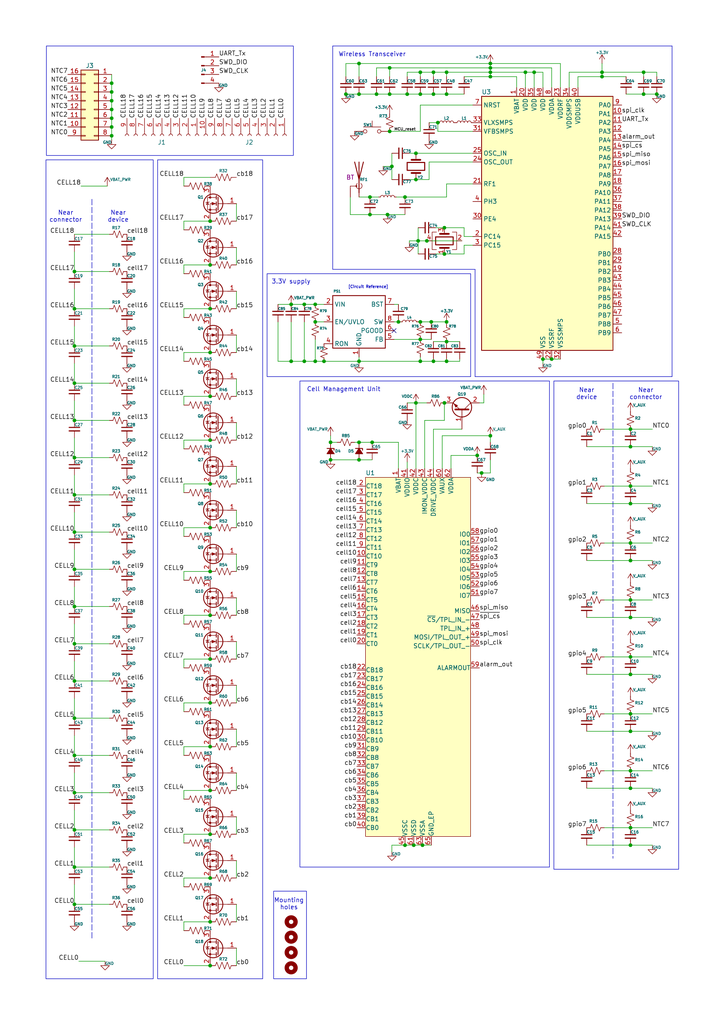
<source format=kicad_sch>
(kicad_sch (version 20231120) (generator "eeschema") (generator_version "8.0")
  (paper "A4" portrait)
  (title_block (title "Cell Management Unit") (date "2024-07-22") (rev "v1.0") (comment 1 "Wireless") (comment 2 "4 to 18 cells") (comment 3 "BLE Mesh"))
  (junction (at 95.885 133.35))
  (junction (at 121.92 93.345))
  (junction (at 60.96 241.935))
  (junction (at 109.22 27.305))
  (junction (at 139.7 137.16))
  (junction (at 129.54 99.06))
  (junction (at 120.65 116.84))
  (junction (at 60.96 216.535))
  (junction (at 32.385 29.21))
  (junction (at 182.88 190.5))
  (junction (at 21.59 78.74))
  (junction (at 104.14 18.415))
  (junction (at 21.59 208.28))
  (junction (at 32.385 24.13))
  (junction (at 142.24 19.685))
  (junction (at 128.905 73.66))
  (junction (at 107.315 62.23))
  (junction (at 117.475 57.15))
  (junction (at 60.96 191.135))
  (junction (at 21.59 219.075))
  (junction (at 128.905 116.84))
  (junction (at 32.385 36.83))
  (junction (at 174.625 20.955))
  (junction (at 21.59 229.87))
  (junction (at 121.92 20.955))
  (junction (at 182.88 240.03))
  (junction (at 129.54 20.955))
  (junction (at 21.59 132.715))
  (junction (at 182.88 157.48))
  (junction (at 154.94 20.955))
  (junction (at 91.44 104.775))
  (junction (at 21.59 186.69))
  (junction (at 60.96 165.735))
  (junction (at 121.92 27.305))
  (junction (at 182.88 124.46))
  (junction (at 128.905 66.04))
  (junction (at 60.96 280.035))
  (junction (at 186.69 20.955))
  (junction (at 88.265 88.265))
  (junction (at 60.96 127.635))
  (junction (at 182.88 173.99))
  (junction (at 60.96 102.235))
  (junction (at 120.65 44.45))
  (junction (at 121.92 98.425))
  (junction (at 88.265 104.775))
  (junction (at 182.88 212.09))
  (junction (at 152.4 20.955))
  (junction (at 142.24 20.955))
  (junction (at 123.825 69.85))
  (junction (at 121.92 104.775))
  (junction (at 174.625 22.225))
  (junction (at 21.59 197.485))
  (junction (at 186.69 27.305))
  (junction (at 60.96 203.835))
  (junction (at 190.5 27.305))
  (junction (at 60.96 76.835))
  (junction (at 21.59 175.895))
  (junction (at 104.14 104.775))
  (junction (at 118.11 27.305))
  (junction (at 125.73 20.955))
  (junction (at 21.59 111.125))
  (junction (at 104.14 128.27))
  (junction (at 32.385 39.37))
  (junction (at 60.96 64.135))
  (junction (at 21.59 251.46))
  (junction (at 125.73 27.305))
  (junction (at 21.59 89.535))
  (junction (at 129.54 27.305))
  (junction (at 91.44 93.345))
  (junction (at 117.475 245.11))
  (junction (at 115.57 93.345))
  (junction (at 60.96 254.635))
  (junction (at 129.54 104.775))
  (junction (at 32.385 34.29))
  (junction (at 112.395 62.23))
  (junction (at 121.285 69.85))
  (junction (at 104.14 27.305))
  (junction (at 182.88 228.6))
  (junction (at 21.59 100.33))
  (junction (at 113.03 19.685))
  (junction (at 60.96 140.335))
  (junction (at 122.555 245.11))
  (junction (at 60.96 89.535))
  (junction (at 60.96 153.035))
  (junction (at 160.02 104.14))
  (junction (at 95.885 128.27))
  (junction (at 127 35.56))
  (junction (at 182.88 223.52))
  (junction (at 60.96 114.935))
  (junction (at 84.455 88.265))
  (junction (at 182.88 140.97))
  (junction (at 21.59 154.305))
  (junction (at 21.59 165.1))
  (junction (at 84.455 104.775))
  (junction (at 100.33 27.305))
  (junction (at 107.95 128.27))
  (junction (at 60.96 267.335))
  (junction (at 21.59 262.255))
  (junction (at 32.385 31.75))
  (junction (at 182.88 245.11))
  (junction (at 104.14 133.35))
  (junction (at 91.44 88.265))
  (junction (at 129.54 93.345))
  (junction (at 93.98 104.775))
  (junction (at 120.015 245.11))
  (junction (at 113.03 27.305))
  (junction (at 142.24 126.365))
  (junction (at 32.385 26.67))
  (junction (at 107.315 57.15))
  (junction (at 120.65 52.07))
  (junction (at 157.48 104.14))
  (junction (at 182.88 129.54))
  (junction (at 21.59 143.51))
  (junction (at 125.095 93.345))
  (junction (at 21.59 240.665))
  (junction (at 182.88 207.01))
  (junction (at 21.59 121.92))
  (junction (at 113.665 48.26))
  (junction (at 125.73 104.775))
  (junction (at 182.88 162.56))
  (junction (at 113.03 38.1))
  (junction (at 138.43 132.08))
  (junction (at 142.24 18.415))
  (junction (at 182.88 195.58))
  (junction (at 182.88 179.07))
  (junction (at 60.96 229.235))
  (junction (at 182.88 146.05))
  (junction (at 60.96 178.435))
  (junction (at 142.24 22.225))
  (no_connect (at 114.3 95.885))
  (wire (pts (xy 154.94 20.955) (xy 154.94 25.4)))
  (wire (pts (xy 125.73 124.46) (xy 125.73 135.89)))
  (wire (pts (xy 113.665 245.11) (xy 113.665 247.015)))
  (wire (pts (xy 21.59 245.745) (xy 21.59 251.46)))
  (wire (pts (xy 182.88 140.97) (xy 189.23 140.97)))
  (wire (pts (xy 140.335 114.3) (xy 140.335 116.84)))
  (wire (pts (xy 121.92 104.775) (xy 125.73 104.775)))
  (wire (pts (xy 21.59 256.54) (xy 21.59 262.255)))
  (wire (pts (xy 120.65 52.07) (xy 118.745 52.07)))
  (wire (pts (xy 118.745 69.85) (xy 118.745 70.485)))
  (wire (pts (xy 31.75 219.075) (xy 21.59 219.075)))
  (wire (pts (xy 124.46 46.99) (xy 137.16 46.99)))
  (wire (pts (xy 125.73 20.955) (xy 125.73 22.225)))
  (wire (pts (xy 175.26 223.52) (xy 182.88 223.52)))
  (wire (pts (xy 68.58 186.055) (xy 68.58 191.135)))
  (wire (pts (xy 127 38.1) (xy 137.16 38.1)))
  (wire (pts (xy 123.19 135.89) (xy 123.19 121.92)))
  (wire (pts (xy 128.905 66.04) (xy 126.365 66.04)))
  (wire (pts (xy 60.96 254.635) (xy 53.34 254.635)))
  (wire (pts (xy 53.34 267.335) (xy 53.34 269.875)))
  (wire (pts (xy 109.22 27.305) (xy 113.03 27.305)))
  (wire (pts (xy 170.18 195.58) (xy 182.88 195.58)))
  (wire (pts (xy 22.86 278.765) (xy 30.48 278.765)))
  (wire (pts (xy 21.59 202.565) (xy 21.59 208.28)))
  (wire (pts (xy 140.335 116.84) (xy 139.065 116.84)))
  (wire (pts (xy 117.475 245.11) (xy 113.665 245.11)))
  (wire (pts (xy 31.75 154.305) (xy 21.59 154.305)))
  (wire (pts (xy 125.73 104.14) (xy 125.73 104.775)))
  (wire (pts (xy 118.745 69.85) (xy 121.285 69.85)))
  (wire (pts (xy 93.98 104.775) (xy 104.14 104.775)))
  (wire (pts (xy 175.26 173.99) (xy 182.88 173.99)))
  (wire (pts (xy 165.1 20.955) (xy 165.1 25.4)))
  (wire (pts (xy 129.54 20.955) (xy 142.24 20.955)))
  (wire (pts (xy 121.285 69.85) (xy 123.825 69.85)))
  (wire (pts (xy 84.455 88.265) (xy 88.265 88.265)))
  (wire (pts (xy 104.14 57.15) (xy 107.315 57.15)))
  (wire (pts (xy 68.58 84.455) (xy 68.58 89.535)))
  (wire (pts (xy 114.3 98.425) (xy 121.92 98.425)))
  (wire (pts (xy 152.4 20.955) (xy 154.94 20.955)))
  (wire (pts (xy 189.23 228.6) (xy 182.88 228.6)))
  (wire (pts (xy 114.3 93.345) (xy 115.57 93.345)))
  (wire (pts (xy 142.24 20.955) (xy 142.24 22.225)))
  (wire (pts (xy 114.3 88.265) (xy 115.57 88.265)))
  (wire (pts (xy 182.88 240.03) (xy 189.23 240.03)))
  (wire (pts (xy 53.34 241.935) (xy 53.34 244.475)))
  (wire (pts (xy 128.905 73.66) (xy 126.365 73.66)))
  (wire (pts (xy 174.625 20.955) (xy 174.625 22.225)))
  (wire (pts (xy 174.625 22.225) (xy 167.64 22.225)))
  (wire (pts (xy 125.095 245.11) (xy 122.555 245.11)))
  (wire (pts (xy 125.73 20.955) (xy 129.54 20.955)))
  (wire (pts (xy 31.75 100.33) (xy 21.59 100.33)))
  (wire (pts (xy 129.54 93.345) (xy 129.54 93.98)))
  (wire (pts (xy 170.18 228.6) (xy 182.88 228.6)))
  (wire (pts (xy 113.03 19.685) (xy 113.03 22.225)))
  (wire (pts (xy 21.59 73.025) (xy 21.59 78.74)))
  (wire (pts (xy 68.58 122.555) (xy 68.58 127.635)))
  (wire (pts (xy 111.125 48.26) (xy 113.665 48.26)))
  (wire (pts (xy 80.645 88.265) (xy 84.455 88.265)))
  (wire (pts (xy 60.96 102.235) (xy 53.34 102.235)))
  (wire (pts (xy 128.27 126.365) (xy 128.27 135.89)))
  (wire (pts (xy 32.385 40.64) (xy 32.385 39.37)))
  (wire (pts (xy 31.75 121.92) (xy 21.59 121.92)))
  (wire (pts (xy 60.96 127.635) (xy 53.34 127.635)))
  (wire (pts (xy 121.92 30.48) (xy 121.92 38.1)))
  (wire (pts (xy 181.61 27.305) (xy 186.69 27.305)))
  (wire (pts (xy 95.885 133.35) (xy 104.14 133.35)))
  (wire (pts (xy 104.14 104.775) (xy 121.92 104.775)))
  (wire (pts (xy 80.645 104.775) (xy 84.455 104.775)))
  (wire (pts (xy 107.315 62.23) (xy 112.395 62.23)))
  (wire (pts (xy 189.23 179.07) (xy 182.88 179.07)))
  (wire (pts (xy 118.11 20.955) (xy 121.92 20.955)))
  (wire (pts (xy 21.59 137.795) (xy 21.59 143.51)))
  (wire (pts (xy 60.96 153.035) (xy 53.34 153.035)))
  (wire (pts (xy 127 35.56) (xy 127 38.1)))
  (wire (pts (xy 31.75 78.74) (xy 21.59 78.74)))
  (wire (pts (xy 129.54 57.15) (xy 129.54 53.34)))
  (wire (pts (xy 142.24 137.16) (xy 142.24 133.35)))
  (wire (pts (xy 53.34 203.835) (xy 53.34 206.375)))
  (wire (pts (xy 68.58 262.255) (xy 68.58 267.335)))
  (wire (pts (xy 68.58 173.355) (xy 68.58 178.435)))
  (wire (pts (xy 122.555 245.11) (xy 120.015 245.11)))
  (wire (pts (xy 60.96 178.435) (xy 53.34 178.435)))
  (wire (pts (xy 170.18 245.11) (xy 182.88 245.11)))
  (wire (pts (xy 121.92 20.955) (xy 121.92 22.225)))
  (wire (pts (xy 182.88 207.01) (xy 189.23 207.01)))
  (wire (pts (xy 121.92 103.505) (xy 121.92 104.775)))
  (wire (pts (xy 120.65 44.45) (xy 137.16 44.45)))
  (wire (pts (xy 31.75 262.255) (xy 21.59 262.255)))
  (wire (pts (xy 157.48 20.955) (xy 157.48 25.4)))
  (wire (pts (xy 142.24 18.415) (xy 142.24 19.685)))
  (wire (pts (xy 53.34 153.035) (xy 53.34 155.575)))
  (wire (pts (xy 68.58 249.555) (xy 68.58 254.635)))
  (wire (pts (xy 88.265 104.775) (xy 91.44 104.775)))
  (wire (pts (xy 68.58 224.155) (xy 68.58 229.235)))
  (wire (pts (xy 102.87 128.27) (xy 104.14 128.27)))
  (wire (pts (xy 129.54 27.305) (xy 134.62 27.305)))
  (wire (pts (xy 182.88 173.99) (xy 189.23 173.99)))
  (polyline (pts (xy 26.67 57.785) (xy 26.67 272.415)) (stroke (width 0) (type dash)))
  (wire (pts (xy 125.095 98.425) (xy 121.92 98.425)))
  (wire (pts (xy 53.34 267.335) (xy 60.96 267.335)))
  (wire (pts (xy 134.62 66.04) (xy 128.905 66.04)))
  (wire (pts (xy 32.385 31.75) (xy 32.385 34.29)))
  (wire (pts (xy 104.14 104.775) (xy 104.14 105.41)))
  (wire (pts (xy 142.24 19.685) (xy 142.24 20.955)))
  (wire (pts (xy 60.96 64.135) (xy 53.34 64.135)))
  (wire (pts (xy 31.75 143.51) (xy 21.59 143.51)))
  (wire (pts (xy 133.985 69.85) (xy 123.825 69.85)))
  (polyline (pts (xy 194.945 13.335) (xy 194.945 109.22)))
  (wire (pts (xy 21.59 170.18) (xy 21.59 175.895)))
  (wire (pts (xy 53.34 216.535) (xy 53.34 219.075)))
  (wire (pts (xy 186.69 20.955) (xy 186.69 22.225)))
  (wire (pts (xy 88.265 93.345) (xy 88.265 104.775)))
  (wire (pts (xy 32.385 39.37) (xy 32.385 36.83)))
  (wire (pts (xy 60.96 76.835) (xy 53.34 76.835)))
  (wire (pts (xy 174.625 18.415) (xy 174.625 20.955)))
  (wire (pts (xy 32.385 29.21) (xy 32.385 31.75)))
  (wire (pts (xy 68.58 147.955) (xy 68.58 153.035)))
  (wire (pts (xy 21.59 180.975) (xy 21.59 186.69)))
  (wire (pts (xy 134.62 68.58) (xy 134.62 66.04)))
  (wire (pts (xy 170.18 212.09) (xy 182.88 212.09)))
  (wire (pts (xy 21.59 213.36) (xy 21.59 219.075)))
  (wire (pts (xy 175.26 240.03) (xy 182.88 240.03)))
  (wire (pts (xy 124.46 52.07) (xy 120.65 52.07)))
  (wire (pts (xy 21.59 191.77) (xy 21.59 197.485)))
  (wire (pts (xy 142.24 19.685) (xy 160.02 19.685)))
  (wire (pts (xy 118.11 20.955) (xy 118.11 22.225)))
  (wire (pts (xy 157.48 105.41) (xy 157.48 104.14)))
  (wire (pts (xy 175.26 207.01) (xy 182.88 207.01)))
  (wire (pts (xy 53.34 76.835) (xy 53.34 79.375)))
  (wire (pts (xy 137.16 68.58) (xy 134.62 68.58)))
  (wire (pts (xy 162.56 18.415) (xy 162.56 25.4)))
  (wire (pts (xy 175.26 140.97) (xy 182.88 140.97)))
  (wire (pts (xy 120.65 116.84) (xy 123.825 116.84)))
  (wire (pts (xy 60.96 140.335) (xy 53.34 140.335)))
  (wire (pts (xy 104.14 128.27) (xy 107.95 128.27)))
  (wire (pts (xy 130.81 132.08) (xy 130.81 135.89)))
  (wire (pts (xy 100.33 18.415) (xy 100.33 22.225)))
  (wire (pts (xy 121.285 93.345) (xy 121.92 93.345)))
  (wire (pts (xy 60.96 191.135) (xy 53.34 191.135)))
  (wire (pts (xy 128.905 121.92) (xy 128.905 116.84)))
  (wire (pts (xy 95.885 128.27) (xy 97.79 128.27)))
  (wire (pts (xy 138.43 137.16) (xy 139.7 137.16)))
  (wire (pts (xy 190.5 20.955) (xy 190.5 22.225)))
  (wire (pts (xy 60.96 216.535) (xy 53.34 216.535)))
  (wire (pts (xy 32.385 34.29) (xy 32.385 36.83)))
  (wire (pts (xy 186.69 27.305) (xy 190.5 27.305)))
  (wire (pts (xy 129.54 99.06) (xy 133.35 99.06)))
  (wire (pts (xy 118.11 116.84) (xy 120.65 116.84)))
  (wire (pts (xy 104.14 103.505) (xy 104.14 104.775)))
  (wire (pts (xy 60.96 229.235) (xy 53.34 229.235)))
  (wire (pts (xy 115.57 93.345) (xy 116.205 93.345)))
  (wire (pts (xy 137.16 71.12) (xy 134.62 71.12)))
  (wire (pts (xy 91.44 98.425) (xy 91.44 104.775)))
  (wire (pts (xy 160.02 104.14) (xy 162.56 104.14)))
  (wire (pts (xy 53.34 64.135) (xy 53.34 66.675)))
  (wire (pts (xy 175.26 190.5) (xy 182.88 190.5)))
  (wire (pts (xy 100.33 27.305) (xy 104.14 27.305)))
  (wire (pts (xy 101.6 62.23) (xy 107.315 62.23)))
  (wire (pts (xy 182.88 190.5) (xy 189.23 190.5)))
  (wire (pts (xy 68.58 160.655) (xy 68.58 165.735)))
  (wire (pts (xy 125.73 104.775) (xy 129.54 104.775)))
  (wire (pts (xy 104.14 18.415) (xy 142.24 18.415)))
  (wire (pts (xy 138.43 132.08) (xy 130.81 132.08)))
  (wire (pts (xy 68.58 211.455) (xy 68.58 216.535)))
  (wire (pts (xy 53.34 140.335) (xy 53.34 142.875)))
  (wire (pts (xy 21.59 94.615) (xy 21.59 100.33)))
  (wire (pts (xy 68.58 236.855) (xy 68.58 241.935)))
  (wire (pts (xy 175.26 124.46) (xy 182.88 124.46)))
  (wire (pts (xy 32.385 21.59) (xy 32.385 24.13)))
  (wire (pts (xy 125.095 93.345) (xy 129.54 93.345)))
  (wire (pts (xy 95.885 126.365) (xy 95.885 128.27)))
  (wire (pts (xy 117.475 57.15) (xy 129.54 57.15)))
  (wire (pts (xy 137.16 30.48) (xy 121.92 30.48)))
  (wire (pts (xy 133.35 104.14) (xy 133.35 104.775)))
  (polyline (pts (xy 96.52 13.335) (xy 194.945 13.335)))
  (wire (pts (xy 129.54 20.955) (xy 129.54 22.225)))
  (wire (pts (xy 152.4 20.955) (xy 152.4 25.4)))
  (wire (pts (xy 129.54 53.34) (xy 137.16 53.34)))
  (wire (pts (xy 84.455 104.775) (xy 88.265 104.775)))
  (wire (pts (xy 133.985 124.46) (xy 125.73 124.46)))
  (wire (pts (xy 60.96 165.735) (xy 53.34 165.735)))
  (wire (pts (xy 182.88 157.48) (xy 189.23 157.48)))
  (wire (pts (xy 84.455 93.345) (xy 84.455 104.775)))
  (polyline (pts (xy 96.52 78.105) (xy 96.52 13.335)))
  (wire (pts (xy 134.62 73.66) (xy 128.905 73.66)))
  (wire (pts (xy 182.88 124.46) (xy 189.23 124.46)))
  (wire (pts (xy 157.48 104.14) (xy 160.02 104.14)))
  (wire (pts (xy 125.73 99.06) (xy 129.54 99.06)))
  (wire (pts (xy 174.625 20.955) (xy 165.1 20.955)))
  (wire (pts (xy 142.24 20.955) (xy 152.4 20.955)))
  (wire (pts (xy 31.75 251.46) (xy 21.59 251.46)))
  (wire (pts (xy 60.96 203.835) (xy 53.34 203.835)))
  (wire (pts (xy 170.18 129.54) (xy 182.88 129.54)))
  (wire (pts (xy 31.75 208.28) (xy 21.59 208.28)))
  (wire (pts (xy 31.75 89.535) (xy 21.59 89.535)))
  (wire (pts (xy 68.58 274.955) (xy 68.58 280.035)))
  (wire (pts (xy 124.46 46.99) (xy 124.46 52.07)))
  (wire (pts (xy 124.46 35.56) (xy 127 35.56)))
  (wire (pts (xy 53.34 89.535) (xy 53.34 92.075)))
  (wire (pts (xy 31.75 186.69) (xy 21.59 186.69)))
  (wire (pts (xy 60.96 51.435) (xy 53.34 51.435)))
  (wire (pts (xy 121.92 20.955) (xy 125.73 20.955)))
  (wire (pts (xy 104.14 27.305) (xy 109.22 27.305)))
  (wire (pts (xy 100.33 18.415) (xy 104.14 18.415)))
  (wire (pts (xy 80.645 93.345) (xy 80.645 104.775)))
  (wire (pts (xy 181.61 22.225) (xy 174.625 22.225)))
  (wire (pts (xy 120.65 44.45) (xy 118.745 44.45)))
  (wire (pts (xy 154.94 20.955) (xy 157.48 20.955)))
  (wire (pts (xy 118.11 135.89) (xy 118.11 133.985)))
  (wire (pts (xy 190.5 20.955) (xy 186.69 20.955)))
  (wire (pts (xy 53.34 102.235) (xy 53.34 104.775)))
  (wire (pts (xy 31.75 240.665) (xy 21.59 240.665)))
  (wire (pts (xy 68.58 109.855) (xy 68.58 114.935)))
  (wire (pts (xy 139.7 137.16) (xy 142.24 137.16)))
  (wire (pts (xy 31.75 229.87) (xy 21.59 229.87)))
  (wire (pts (xy 21.59 127) (xy 21.59 132.715)))
  (wire (pts (xy 113.03 27.305) (xy 118.11 27.305)))
  (wire (pts (xy 101.6 57.15) (xy 101.6 62.23)))
  (wire (pts (xy 170.18 179.07) (xy 182.88 179.07)))
  (wire (pts (xy 189.23 146.05) (xy 182.88 146.05)))
  (wire (pts (xy 123.19 121.92) (xy 128.905 121.92)))
  (wire (pts (xy 170.18 162.56) (xy 182.88 162.56)))
  (polyline (pts (xy 137.795 109.22) (xy 194.945 109.22)))
  (wire (pts (xy 189.23 195.58) (xy 182.88 195.58)))
  (wire (pts (xy 53.34 178.435) (xy 53.34 180.975)))
  (wire (pts (xy 104.14 133.35) (xy 107.95 133.35)))
  (wire (pts (xy 175.26 157.48) (xy 182.88 157.48)))
  (wire (pts (xy 23.495 53.975) (xy 31.115 53.975)))
  (wire (pts (xy 31.75 67.945) (xy 21.59 67.945)))
  (wire (pts (xy 115.57 128.27) (xy 115.57 135.89)))
  (wire (pts (xy 21.59 234.95) (xy 21.59 240.665)))
  (wire (pts (xy 113.665 52.07) (xy 113.665 48.26)))
  (wire (pts (xy 53.34 229.235) (xy 53.34 231.775)))
  (wire (pts (xy 120.65 116.84) (xy 120.65 135.89)))
  (wire (pts (xy 53.34 114.935) (xy 53.34 117.475)))
  (wire (pts (xy 121.285 73.66) (xy 121.285 69.85)))
  (wire (pts (xy 31.75 111.125) (xy 21.59 111.125)))
  (wire (pts (xy 114.935 57.15) (xy 117.475 57.15)))
  (wire (pts (xy 107.95 128.27) (xy 115.57 128.27)))
  (wire (pts (xy 53.34 165.735) (xy 53.34 168.275)))
  (wire (pts (xy 21.59 83.82) (xy 21.59 89.535)))
  (wire (pts (xy 88.265 88.265) (xy 91.44 88.265)))
  (wire (pts (xy 53.34 51.435) (xy 53.34 53.975)))
  (polyline (pts (xy 137.795 109.22) (xy 137.795 78.105)))
  (wire (pts (xy 125.73 27.305) (xy 129.54 27.305)))
  (wire (pts (xy 91.44 93.345) (xy 93.98 93.345)))
  (wire (pts (xy 32.385 24.13) (xy 32.385 26.67)))
  (wire (pts (xy 21.59 148.59) (xy 21.59 154.305)))
  (wire (pts (xy 68.58 59.055) (xy 68.58 64.135)))
  (wire (pts (xy 21.59 224.155) (xy 21.59 229.87)))
  (wire (pts (xy 125.095 93.345) (xy 121.92 93.345)))
  (wire (pts (xy 134.62 71.12) (xy 134.62 73.66)))
  (wire (pts (xy 31.75 197.485) (xy 21.59 197.485)))
  (wire (pts (xy 68.58 135.255) (xy 68.58 140.335)))
  (wire (pts (xy 109.22 19.685) (xy 113.03 19.685)))
  (wire (pts (xy 104.14 22.225) (xy 104.14 18.415)))
  (wire (pts (xy 21.59 105.41) (xy 21.59 111.125)))
  (wire (pts (xy 53.34 254.635) (xy 53.34 257.175)))
  (wire (pts (xy 118.11 27.305) (xy 121.92 27.305)))
  (wire (pts (xy 167.64 22.225) (xy 167.64 25.4)))
  (wire (pts (xy 113.665 44.45) (xy 113.665 48.26)))
  (wire (pts (xy 133.35 104.775) (xy 129.54 104.775)))
  (wire (pts (xy 21.59 116.205) (xy 21.59 121.92)))
  (wire (pts (xy 182.88 223.52) (xy 189.23 223.52)))
  (wire (pts (xy 91.44 88.265) (xy 93.98 88.265)))
  (wire (pts (xy 68.58 97.155) (xy 68.58 102.235)))
  (wire (pts (xy 112.395 62.23) (xy 117.475 62.23)))
  (wire (pts (xy 189.23 162.56) (xy 182.88 162.56)))
  (polyline (pts (xy 137.795 78.105) (xy 96.52 78.105)))
  (wire (pts (xy 120.015 245.11) (xy 117.475 245.11)))
  (wire (pts (xy 60.96 89.535) (xy 53.34 89.535)))
  (wire (pts (xy 53.34 191.135) (xy 53.34 193.675)))
  (polyline (pts (xy 177.8 111.125) (xy 177.8 248.92)) (stroke (width 0) (type dash)))
  (wire (pts (xy 31.75 132.715) (xy 21.59 132.715)))
  (wire (pts (xy 121.285 66.04) (xy 121.285 69.85)))
  (wire (pts (xy 142.24 128.27) (xy 142.24 126.365)))
  (wire (pts (xy 113.03 38.1) (xy 121.92 38.1)))
  (wire (pts (xy 109.22 19.685) (xy 109.22 22.225)))
  (wire (pts (xy 186.69 20.955) (xy 174.625 20.955)))
  (wire (pts (xy 142.24 22.225) (xy 149.86 22.225)))
  (wire (pts (xy 91.44 104.775) (xy 93.98 104.775)))
  (wire (pts (xy 189.23 245.11) (xy 182.88 245.11)))
  (wire (pts (xy 129.54 104.14) (xy 129.54 104.775)))
  (wire (pts (xy 160.02 19.685) (xy 160.02 25.4)))
  (wire (pts (xy 170.18 146.05) (xy 182.88 146.05)))
  (wire (pts (xy 31.75 175.895) (xy 21.59 175.895)))
  (wire (pts (xy 142.24 18.415) (xy 162.56 18.415)))
  (wire (pts (xy 121.92 27.305) (xy 125.73 27.305)))
  (wire (pts (xy 31.75 165.1) (xy 21.59 165.1)))
  (wire (pts (xy 53.34 280.035) (xy 60.96 280.035)))
  (wire (pts (xy 113.03 19.685) (xy 142.24 19.685)))
  (wire (pts (xy 68.58 71.755) (xy 68.58 76.835)))
  (wire (pts (xy 134.62 22.225) (xy 142.24 22.225)))
  (wire (pts (xy 21.59 159.385) (xy 21.59 165.1)))
  (wire (pts (xy 149.86 22.225) (xy 149.86 25.4)))
  (wire (pts (xy 60.96 114.935) (xy 53.34 114.935)))
  (wire (pts (xy 60.96 241.935) (xy 53.34 241.935)))
  (wire (pts (xy 189.23 129.54) (xy 182.88 129.54)))
  (wire (pts (xy 189.23 212.09) (xy 182.88 212.09)))
  (wire (pts (xy 107.315 57.15) (xy 109.855 57.15)))
  (wire (pts (xy 68.58 198.755) (xy 68.58 203.835)))
  (wire (pts (xy 32.385 26.67) (xy 32.385 29.21)))
  (wire (pts (xy 142.24 126.365) (xy 128.27 126.365)))
  (wire (pts (xy 53.34 127.635) (xy 53.34 130.175)))
  (rectangle (start 160.655 110.49) (end 196.85 252.095))
  (rectangle (start 45.72 46.355) (end 76.2 283.845))
  (rectangle (start 86.995 110.49) (end 159.385 251.46))
  (rectangle (start 79.375 258.445) (end 88.9 283.845))
  (rectangle (start 77.47 79.375) (end 136.525 109.22))
  (rectangle (start 13.335 46.355) (end 44.45 283.845))
  (rectangle (start 13.462 13.335) (end 85.09 45.085))
  (text "Cell Management Unit" (at 99.695 113.03 0) (effects (font (size 1.27 1.27))))
  (text "3.3V supply" (at 78.74 82.55 0) (effects (font (size 1.27 1.27)) (justify left bottom)))
  (text "Mounting\nholes" (at 83.82 262.255 0) (effects (font (size 1.27 1.27))))
  (text "[Circuit Reference]" (at 100.965 83.82 0) (effects (font (size 0.8 0.8)) (justify left bottom)))
  (text "Near\nconnector" (at 187.325 114.3 0) (effects (font (size 1.27 1.27))))
  (text "Near\ndevice" (at 170.18 114.3 0) (effects (font (size 1.27 1.27))))
  (text "Wireless Transceiver" (at 107.95 15.875 0) (effects (font (size 1.27 1.27))))
  (text "Near\nconnector" (at 19.05 62.865 0) (effects (font (size 1.27 1.27))))
  (text "Near\ndevice" (at 34.29 62.865 0) (effects (font (size 1.27 1.27))))
  (label "gpio6" (at 139.065 170.18 0))
  (label "cb10" (at 103.505 214.63 180))
  (label "cell18" (at 36.83 67.945 0))
  (label "gpio5" (at 170.18 207.01 180))
  (label "cell4" (at 103.505 176.53 180))
  (label "CELL5" (at 69.85 34.29 90))
  (label "CELL7" (at 21.59 186.69 180))
  (label "CELL11" (at 21.59 143.51 180))
  (label "cell11" (at 103.505 158.75 180))
  (label "NTC4" (at 19.685 29.21 180))
  (label "gpio0" (at 170.18 124.46 180))
  (label "CELL15" (at 21.59 100.33 180))
  (label "CELL16" (at 53.34 76.835 180))
  (label "cb9" (at 68.58 165.735 0))
  (label "cb0" (at 68.58 280.035 0))
  (label "CELL13" (at 21.59 121.92 180))
  (label "SWD_DIO" (at 63.5 19.05 0))
  (label "cell17" (at 103.505 143.51 180))
  (label "cell15" (at 103.505 148.59 180))
  (label "cell12" (at 36.83 132.715 0))
  (label "NTC2" (at 19.685 34.29 180))
  (label "NTC2" (at 189.23 157.48 0))
  (label "CELL5" (at 53.34 216.535 180))
  (label "cell7" (at 103.505 168.91 180))
  (label "cell17" (at 36.83 78.74 0))
  (label "cell3" (at 103.505 179.07 180))
  (label "CELL12" (at 21.59 132.715 180))
  (label "CELL17" (at 39.37 34.29 90))
  (label "cell6" (at 36.83 197.485 0))
  (label "SWD_CLK" (at 63.5 21.59 0))
  (label "~{spi_cs}" (at 139.065 179.705 0))
  (label "CELL0" (at 53.34 280.035 180))
  (label "CELL13" (at 53.34 114.935 180))
  (label "cb18" (at 103.505 194.31 180))
  (label "NTC7" (at 19.685 21.59 180))
  (label "spi_clk" (at 139.065 187.325 0))
  (label "cell16" (at 103.505 146.05 180))
  (label "CELL12" (at 52.07 34.29 90))
  (label "spi_mosi" (at 180.34 48.26 0))
  (label "cell2" (at 36.83 240.665 0))
  (label "CELL6" (at 53.34 203.835 180))
  (label "CELL2" (at 77.47 34.29 90))
  (label "cb15" (at 68.58 89.535 0))
  (label "cell10" (at 36.83 154.305 0))
  (label "cb5" (at 103.505 227.33 180))
  (label "CELL2" (at 53.34 254.635 180))
  (label "cb11" (at 103.505 212.09 180))
  (label "cb0" (at 103.505 240.03 180))
  (label "cell6" (at 103.505 171.45 180))
  (label "CELL7" (at 53.34 191.135 180))
  (label "NTC1" (at 19.685 36.83 180))
  (label "cb16" (at 103.505 199.39 180))
  (label "cb6" (at 68.58 203.835 0))
  (label "cell0" (at 36.83 262.255 0))
  (label "spi_miso" (at 139.065 177.165 0))
  (label "CELL17" (at 21.59 78.74 180))
  (label "CELL10" (at 21.59 154.305 180))
  (label "cb3" (at 68.58 241.935 0))
  (label "cell13" (at 36.83 121.92 0))
  (label "cell15" (at 36.83 100.33 0))
  (label "gpio2" (at 170.18 157.48 180))
  (label "NTC1" (at 189.23 140.97 0))
  (label "NTC4" (at 189.23 190.5 0))
  (label "UART_Tx" (at 180.34 35.56 0))
  (label "gpio4" (at 170.18 190.5 180))
  (label "SWD_CLK" (at 180.34 66.04 0))
  (label "MCU_reset" (at 114.3 38.1 0) (effects (font (size 0.8 0.8))))
  (label "CELL0" (at 22.86 278.765 180))
  (label "CELL16" (at 21.59 89.535 180))
  (label "CELL1" (at 53.34 267.335 180))
  (label "NTC3" (at 19.685 31.75 180))
  (label "cb2" (at 68.58 254.635 0))
  (label "NTC0" (at 19.685 39.37 180))
  (label "SWD_DIO" (at 180.34 63.5 0))
  (label "cell14" (at 36.83 111.125 0))
  (label "cell9" (at 36.83 165.1 0))
  (label "cell14" (at 103.505 151.13 180))
  (label "cell2" (at 103.505 181.61 180))
  (label "CELL9" (at 53.34 165.735 180))
  (label "cb13" (at 68.58 114.935 0))
  (label "cell7" (at 36.83 186.69 0))
  (label "gpio5" (at 139.065 167.64 0))
  (label "NTC5" (at 19.685 26.67 180))
  (label "cb9" (at 103.505 217.17 180))
  (label "cb17" (at 103.505 196.85 180))
  (label "cb2" (at 103.505 234.95 180))
  (label "gpio4" (at 139.065 165.1 0))
  (label "CELL2" (at 21.59 240.665 180))
  (label "CELL4" (at 72.39 34.29 90))
  (label "CELL10" (at 57.15 34.29 90))
  (label "NTC0" (at 189.23 124.46 0))
  (label "CELL16" (at 41.91 34.29 90))
  (label "CELL18" (at 36.83 34.29 90))
  (label "cb14" (at 68.58 102.235 0))
  (label "gpio3" (at 139.065 162.56 0))
  (label "CELL6" (at 21.59 197.485 180))
  (label "spi_mosi" (at 139.065 184.785 0))
  (label "cb16" (at 68.58 76.835 0))
  (label "cell0" (at 103.505 186.69 180))
  (label "gpio7" (at 139.065 172.72 0))
  (label "CELL11" (at 54.61 34.29 90))
  (label "alarm_out" (at 139.065 193.675 0))
  (label "gpio0" (at 139.065 154.94 0))
  (label "cb7" (at 103.505 222.25 180))
  (label "cb12" (at 68.58 127.635 0))
  (label "cb8" (at 68.58 178.435 0))
  (label "UART_Tx" (at 63.5 16.51 0))
  (label "CELL3" (at 21.59 229.87 180))
  (label "gpio1" (at 170.18 140.97 180))
  (label "NTC5" (at 189.23 207.01 0))
  (label "cb14" (at 103.505 204.47 180))
  (label "cb7" (at 68.58 191.135 0))
  (label "CELL0" (at 82.55 34.29 90))
  (label "cell3" (at 36.83 229.87 0))
  (label "cb18" (at 68.58 51.435 0))
  (label "CELL9" (at 59.69 34.29 90))
  (label "cb4" (at 68.58 229.235 0))
  (label "CELL10" (at 53.34 153.035 180))
  (label "cb6" (at 103.505 224.79 180))
  (label "cell8" (at 36.83 175.895 0))
  (label "CELL9" (at 21.59 165.1 180))
  (label "CELL8" (at 62.23 34.29 90))
  (label "NTC3" (at 189.23 173.99 0))
  (label "cell13" (at 103.505 153.67 180))
  (label "cb11" (at 68.58 140.335 0))
  (label "CELL12" (at 53.34 127.635 180))
  (label "cb1" (at 68.58 267.335 0))
  (label "cb10" (at 68.58 153.035 0))
  (label "gpio1" (at 139.065 157.48 0))
  (label "cell16" (at 36.83 89.535 0))
  (label "NTC6" (at 189.23 223.52 0))
  (label "cell4" (at 36.83 219.075 0))
  (label "cell5" (at 36.83 208.28 0))
  (label "CELL8" (at 53.34 178.435 180))
  (label "gpio3" (at 170.18 173.99 180))
  (label "cell10" (at 103.505 161.29 180))
  (label "CELL7" (at 64.77 34.29 90))
  (label "CELL4" (at 53.34 229.235 180))
  (label "CELL1" (at 80.01 34.29 90))
  (label "gpio6" (at 170.18 223.52 180))
  (label "CELL18" (at 21.59 67.945 180))
  (label "CELL1" (at 21.59 251.46 180))
  (label "cell9" (at 103.505 163.83 180))
  (label "spi_clk" (at 180.34 33.02 0))
  (label "cb12" (at 103.505 209.55 180))
  (label "CELL5" (at 21.59 208.28 180))
  (label "CELL14" (at 46.99 34.29 90))
  (label "cb15" (at 103.505 201.93 180))
  (label "NTC6" (at 19.685 24.13 180))
  (label "CELL15" (at 53.34 89.535 180))
  (label "cell18" (at 103.505 140.97 180))
  (label "cell8" (at 103.505 166.37 180))
  (label "CELL11" (at 53.34 140.335 180))
  (label "cb13" (at 103.505 207.01 180))
  (label "cell11" (at 36.83 143.51 0))
  (label "CELL18" (at 53.34 51.435 180))
  (label "alarm_out" (at 180.34 40.64 0))
  (label "cell5" (at 103.505 173.99 180))
  (label "cb8" (at 103.505 219.71 180))
  (label "~{spi_cs}" (at 180.34 43.18 0))
  (label "CELL3" (at 74.93 34.29 90))
  (label "CELL3" (at 53.34 241.935 180))
  (label "cb3" (at 103.505 232.41 180))
  (label "cell1" (at 103.505 184.15 180))
  (label "CELL14" (at 53.34 102.235 180))
  (label "CELL17" (at 53.34 64.135 180))
  (label "cb1" (at 103.505 237.49 180))
  (label "gpio7" (at 170.18 240.03 180))
  (label "CELL8" (at 21.59 175.895 180))
  (label "CELL18" (at 23.495 53.975 180))
  (label "cb5" (at 68.58 216.535 0))
  (label "cell12" (at 103.505 156.21 180))
  (label "cb4" (at 103.505 229.87 180))
  (label "cell1" (at 36.83 251.46 0))
  (label "CELL15" (at 44.45 34.29 90))
  (label "NTC7" (at 189.23 240.03 0))
  (label "spi_miso" (at 180.34 45.72 0))
  (label "CELL0" (at 21.59 262.255 180))
  (label "CELL13" (at 49.53 34.29 90))
  (label "gpio2" (at 139.065 160.02 0))
  (label "cb17" (at 68.58 64.135 0))
  (label "CELL6" (at 67.31 34.29 90))
  (label "CELL14" (at 21.59 111.125 180))
  (label "CELL4" (at 21.59 219.075 180))
  (symbol (lib_id "power:GND") (at 189.23 212.09 0) (unit 1)
    (property "Reference" "#PWR012" (effects (hide yes)))
    (property "Value" "GND" (at 190.5 212.725 0) (effects (font (size 0.8 0.8))))
    (property "Description" "Power symbol creates a global label with name \"GND\" , ground" (effects (hide yes)))
  )
  (symbol (lib_id "Device:R_Small_US") (at 91.44 95.885 0) (unit 1)
    (property "Reference" "R74" (at 92.71 95.25 0) (effects (font (size 0.7 0.7)) (justify left)))
    (property "Value" "34K 0.100W 0603" (effects (hide yes)))
    (property "Footprint" "Resistor_SMD:R_0603_1608Metric" (effects (hide yes)))
  )
  (symbol (lib_id "Switch:SW_Push") (at 107.95 38.1 0) (mirror y) (unit 1)
    (property "Reference" "SW1" (at 106.68 36.195 0) (effects (font (size 0.8 0.8))))
    (property "Value" "2-pin tactile switch SPST" (effects (hide yes)))
    (property "Footprint" "Button_Switch_SMD:SW_Push_SPST_NO_Alps_SKRK" (effects (hide yes)))
    (property "Vendor" "https://evelta.com/tactile-switch-3x4x2mm-smd-2-pin-with-column-button/" (effects (hide yes)))
    (property "MPN" "TS342" (effects (hide yes)))
  )
  (symbol (lib_id "Device:R_US") (at 64.77 127.635 90) (unit 1)
    (property "Reference" "R48" (at 64.77 125.73 90) (effects (font (size 0.8 0.8))))
    (property "Value" "47E 0.25W 0603" (effects (hide yes)))
    (property "Footprint" "Resistor_SMD:R_0603_1608Metric" (effects (hide yes)))
    (property "Description" "Resistor, US symbol" (effects (hide yes)))
  )
  (symbol (lib_id "Device:R_US") (at 64.77 89.535 90) (unit 1)
    (property "Reference" "R42" (at 64.77 87.63 90) (effects (font (size 0.8 0.8))))
    (property "Value" "47E 0.25W 0603" (effects (hide yes)))
    (property "Footprint" "Resistor_SMD:R_0603_1608Metric" (effects (hide yes)))
    (property "Description" "Resistor, US symbol" (effects (hide yes)))
  )
  (symbol (lib_id "Device:C_Small") (at 182.88 160.02 0) (unit 1)
    (property "Reference" "C6" (at 182.88 158.75 0) (effects (font (size 0.8 0.8)) (justify left)))
    (property "Value" "47nF 10V 0402" (effects (hide yes)))
    (property "Footprint" "Capacitor_SMD:C_0402_1005Metric" (effects (hide yes)))
    (property "Description" "Unpolarized capacitor, small symbol" (effects (hide yes)))
  )
  (symbol (lib_id "power:GND") (at 113.665 247.015 0) (unit 1)
    (property "Reference" "#PWR032" (effects (hide yes)))
    (property "Value" "GND" (at 114.935 247.65 0) (effects (font (size 0.8 0.8))))
    (property "Description" "Power symbol creates a global label with name \"GND\" , ground" (effects (hide yes)))
  )
  (symbol (lib_id "Device:R_US") (at 64.77 165.735 90) (unit 1)
    (property "Reference" "R54" (at 64.77 163.83 90) (effects (font (size 0.8 0.8))))
    (property "Value" "47E 0.25W 0603" (effects (hide yes)))
    (property "Footprint" "Resistor_SMD:R_0603_1608Metric" (effects (hide yes)))
    (property "Description" "Resistor, US symbol" (effects (hide yes)))
  )
  (symbol (lib_id "Device:C_Small") (at 36.83 102.87 0) (unit 1)
    (property "Reference" "C24" (at 36.83 101.6 0) (effects (font (size 0.8 0.8)) (justify left)))
    (property "Value" "47nF 100V 0603" (effects (hide yes)))
    (property "Footprint" "Capacitor_SMD:C_0603_1608Metric" (effects (hide yes)))
    (property "Description" "Unpolarized capacitor, small symbol" (effects (hide yes)))
  )
  (symbol (lib_id "power:GND") (at 189.23 245.11 0) (unit 1)
    (property "Reference" "#PWR016" (effects (hide yes)))
    (property "Value" "GND" (at 190.5 245.745 0) (effects (font (size 0.8 0.8))))
    (property "Description" "Power symbol creates a global label with name \"GND\" , ground" (effects (hide yes)))
  )
  (symbol (lib_id "Device:C_Small") (at 182.88 127 0) (unit 1)
    (property "Reference" "C2" (at 182.88 125.73 0) (effects (font (size 0.8 0.8)) (justify left)))
    (property "Value" "47nF 10V 0402" (effects (hide yes)))
    (property "Footprint" "Capacitor_SMD:C_0402_1005Metric" (effects (hide yes)))
    (property "Description" "Unpolarized capacitor, small symbol" (effects (hide yes)))
  )
  (symbol (lib_id "Device:Q_NMOS_GSD") (at 63.5 59.055 0) (mirror y) (unit 1)
    (property "Reference" "Q1" (at 59.055 57.15 0) (effects (font (size 0.8 0.8)) (justify left)))
    (property "Value" "10V 5A SOT-23" (effects (hide yes)))
    (property "Footprint" "Package_TO_SOT_SMD:SOT-23" (effects (hide yes)))
    (property "Description" "N-MOSFET transistor, gate/source/drain" (effects (hide yes)))
  )
  (symbol (lib_id "Device:C_Small") (at 21.59 189.23 0) (unit 1)
    (property "Reference" "C39" (at 21.59 187.96 0) (effects (font (size 0.8 0.8)) (justify left)))
    (property "Value" "47nF 10V 0402" (effects (hide yes)))
    (property "Footprint" "Capacitor_SMD:C_0402_1005Metric" (effects (hide yes)))
    (property "Description" "Unpolarized capacitor, small symbol" (effects (hide yes)))
  )
  (symbol (lib_id "Device:Q_NMOS_GSD") (at 63.5 249.555 0) (mirror y) (unit 1)
    (property "Reference" "Q16" (at 59.055 247.65 0) (effects (font (size 0.8 0.8)) (justify left)))
    (property "Value" "10V 5A SOT-23" (effects (hide yes)))
    (property "Footprint" "Package_TO_SOT_SMD:SOT-23" (effects (hide yes)))
    (property "Description" "N-MOSFET transistor, gate/source/drain" (effects (hide yes)))
  )
  (symbol (lib_id "Device:R_US") (at 57.15 155.575 90) (unit 1)
    (property "Reference" "R53" (at 60.325 154.94 90) (effects (font (size 0.8 0.8))))
    (property "Value" "4E 5W" (effects (hide yes)))
    (property "Footprint" "Custom_footprints:35503R9JT - TE connectivity" (effects (hide yes)))
    (property "Description" "Resistor, US symbol" (effects (hide yes)))
  )
  (symbol (lib_id "Device:Q_NMOS_GSD") (at 63.5 173.355 0) (mirror y) (unit 1)
    (property "Reference" "Q10" (at 59.055 171.45 0) (effects (font (size 0.8 0.8)) (justify left)))
    (property "Value" "10V 5A SOT-23" (effects (hide yes)))
    (property "Footprint" "Package_TO_SOT_SMD:SOT-23" (effects (hide yes)))
    (property "Description" "N-MOSFET transistor, gate/source/drain" (effects (hide yes)))
  )
  (symbol (lib_id "Device:R_Small_US") (at 34.29 208.28 90) (unit 1)
    (property "Reference" "R30" (at 34.925 206.375 90) (effects (font (size 0.8 0.8)) (justify left)))
    (property "Value" "10K 0.0625W 0402" (effects (hide yes)))
    (property "Footprint" "Resistor_SMD:R_0402_1005Metric" (effects (hide yes)))
    (property "Description" "Resistor, small US symbol" (effects (hide yes)))
  )
  (symbol (lib_id "Device:C_Small") (at 36.83 232.41 0) (unit 1)
    (property "Reference" "C50" (at 36.83 231.14 0) (effects (font (size 0.8 0.8)) (justify left)))
    (property "Value" "47nF 100V 0603" (effects (hide yes)))
    (property "Footprint" "Capacitor_SMD:C_0603_1608Metric" (effects (hide yes)))
    (property "Description" "Unpolarized capacitor, small symbol" (effects (hide yes)))
  )
  (symbol (lib_id "Device:C_Small") (at 115.57 90.805 180) (unit 1)
    (property "Reference" "C79" (at 116.205 89.535 0) (effects (font (size 0.7 0.7)) (justify right)))
    (property "Value" "2.2nF 25V 0402" (effects (hide yes)))
    (property "Footprint" "Capacitor_SMD:C_0402_1005Metric" (effects (hide yes)))
  )
  (symbol (lib_id "Device:R_US") (at 57.15 117.475 90) (unit 1)
    (property "Reference" "R47" (at 60.325 116.84 90) (effects (font (size 0.8 0.8))))
    (property "Value" "4E 5W" (effects (hide yes)))
    (property "Footprint" "Custom_footprints:35503R9JT - TE connectivity" (effects (hide yes)))
    (property "Description" "Resistor, US symbol" (effects (hide yes)))
  )
  (symbol (lib_id "Custom_symbols:MC33774") (at 106.045 138.43 0) (unit 1)
    (property "Reference" "U1" (at 106.045 137.16 0) (effects (justify left)))
    (property "Value" "18 cells" (effects (hide yes)))
    (property "Footprint" "Package_QFP:LQFP-64-1EP_10x10mm_P0.5mm_EP6.5x6.5mm_ThermalVias" (effects (hide yes)))
  )
  (symbol (lib_id "Device:R_Small_US") (at 121.92 100.965 0) (unit 1)
    (property "Reference" "R77" (at 119.38 99.695 0) (effects (font (size 0.7 0.7)) (justify left)))
    (property "Value" "101K 0.100W 0402" (effects (hide yes)))
    (property "Footprint" "Resistor_SMD:R_0402_1005Metric" (effects (hide yes)))
  )
  (symbol (lib_id "power:+BATT") (at 31.115 53.975 0) (mirror y) (unit 1)
    (property "Reference" "#PWR059" (effects (hide yes)))
    (property "Value" "VBAT_PWR" (at 34.925 52.07 0) (effects (font (size 0.8 0.8))))
    (property "Description" "Power symbol creates a global label with name \"+BATT\"" (effects (hide yes)))
  )
  (symbol (lib_id "Device:C_Small") (at 21.59 81.28 0) (unit 1)
    (property "Reference" "C19" (at 21.59 80.01 0) (effects (font (size 0.8 0.8)) (justify left)))
    (property "Value" "47nF 10V 0402" (effects (hide yes)))
    (property "Footprint" "Capacitor_SMD:C_0402_1005Metric" (effects (hide yes)))
    (property "Description" "Unpolarized capacitor, small symbol" (effects (hide yes)))
  )
  (symbol (lib_id "power:GND") (at 189.23 162.56 0) (unit 1)
    (property "Reference" "#PWR06" (effects (hide yes)))
    (property "Value" "GND" (at 190.5 163.195 0) (effects (font (size 0.8 0.8))))
    (property "Description" "Power symbol creates a global label with name \"GND\" , ground" (effects (hide yes)))
  )
  (symbol (lib_id "Device:Crystal_GND24") (at 128.905 69.85 270) (mirror x) (unit 1)
    (property "Reference" "Y1" (at 130.175 73.025 90) (effects (font (size 0.8 0.8))))
    (property "Value" "32MHz 3225" (effects (hide yes)))
    (property "Footprint" "Crystal:Crystal_SMD_Abracon_ABM8AIG-4Pin_3.2x2.5mm" (effects (hide yes)))
  )
  (symbol (lib_id "Device:R_Small_US") (at 113.03 35.56 0) (mirror y) (unit 1)
    (property "Reference" "R73" (at 112.395 33.655 0) (effects (font (size 0.8 0.8)) (justify left)))
    (property "Value" "10K 0.100W 0603" (effects (hide yes)))
    (property "Footprint" "Resistor_SMD:R_0603_1608Metric" (effects (hide yes)))
    (property "Vendor" "https://in.element14.com/walsin/mr06x103-jtlv/res-10k-5-0-1w-thick-film-0603/dp/4004520" (effects (hide yes)))
    (property "MPN" "mr06x103-jtlv" (effects (hide yes)))
  )
  (symbol (lib_id "power:VDDA") (at 138.43 132.08 0) (unit 1)
    (property "Reference" "#PWR055" (effects (hide yes)))
    (property "Value" "VDDA" (at 135.89 130.175 0) (effects (font (size 0.8 0.8))))
    (property "Description" "Power symbol creates a global label with name \"VDDA\"" (effects (hide yes)))
  )
  (symbol (lib_id "Device:C_Small") (at 170.18 127 0) (unit 1)
    (property "Reference" "C1" (at 170.18 125.73 0) (effects (font (size 0.8 0.8)) (justify left)))
    (property "Value" "47nF 10V 0402" (effects (hide yes)))
    (property "Footprint" "Capacitor_SMD:C_0402_1005Metric" (effects (hide yes)))
    (property "Description" "Unpolarized capacitor, small symbol" (effects (hide yes)))
  )
  (symbol (lib_id "power:+5V") (at 142.24 126.365 0) (unit 1)
    (property "Reference" "#PWR054" (effects (hide yes)))
    (property "Value" "V_AUX" (at 144.78 124.46 0) (effects (font (size 0.8 0.8))))
    (property "Description" "Power symbol creates a global label with name \"+5V\"" (effects (hide yes)))
  )
  (symbol (lib_id "power:GND") (at 36.83 94.615 0) (unit 1)
    (property "Reference" "#PWR019" (effects (hide yes)))
    (property "Value" "GND" (at 38.1 95.25 0) (effects (font (size 0.8 0.8))))
    (property "Description" "Power symbol creates a global label with name \"GND\" , ground" (effects (hide yes)))
  )
  (symbol (lib_id "power:+3.3V") (at 118.11 133.985 0) (unit 1)
    (property "Reference" "#PWR062" (effects (hide yes)))
    (property "Value" "+3.3V" (at 118.11 130.81 0) (effects (font (size 0.8 0.8))))
    (property "Description" "Power symbol creates a global label with name \"+3.3V\"" (effects (hide yes)))
  )
  (symbol (lib_id "Device:C_Small") (at 121.92 24.765 0) (unit 1)
    (property "Reference" "C59" (at 121.92 23.495 0) (effects (font (size 0.8 0.8)) (justify left)))
    (property "Value" "100nF 6.3V 0402" (effects (hide yes)))
    (property "Footprint" "Capacitor_SMD:C_0402_1005Metric" (effects (hide yes)))
    (property "Description" "Unpolarized capacitor, small symbol" (effects (hide yes)))
    (property "Vendor" "https://in.element14.com/yageo/cc0402zpy5v7bb104/capacitor-0-1uf-y5v-0402/dp/4254979" (effects (hide yes)))
    (property "MPN" "cc0402zpy5v7bb104" (effects (hide yes)))
  )
  (symbol (lib_id "Device:R_Small_US") (at 34.29 229.87 90) (unit 1)
    (property "Reference" "R33" (at 34.925 227.965 90) (effects (font (size 0.8 0.8)) (justify left)))
    (property "Value" "10K 0.0625W 0402" (effects (hide yes)))
    (property "Footprint" "Resistor_SMD:R_0402_1005Metric" (effects (hide yes)))
    (property "Description" "Resistor, small US symbol" (effects (hide yes)))
  )
  (symbol (lib_id "Device:Q_NMOS_GSD") (at 63.5 84.455 0) (mirror y) (unit 1)
    (property "Reference" "Q3" (at 59.055 82.55 0) (effects (font (size 0.8 0.8)) (justify left)))
    (property "Value" "10V 5A SOT-23" (effects (hide yes)))
    (property "Footprint" "Package_TO_SOT_SMD:SOT-23" (effects (hide yes)))
    (property "Description" "N-MOSFET transistor, gate/source/drain" (effects (hide yes)))
  )
  (symbol (lib_id "Device:C_Small") (at 21.59 167.64 0) (unit 1)
    (property "Reference" "C35" (at 21.59 166.37 0) (effects (font (size 0.8 0.8)) (justify left)))
    (property "Value" "47nF 10V 0402" (effects (hide yes)))
    (property "Footprint" "Capacitor_SMD:C_0402_1005Metric" (effects (hide yes)))
    (property "Description" "Unpolarized capacitor, small symbol" (effects (hide yes)))
  )
  (symbol (lib_id "Device:R_US") (at 64.77 241.935 90) (unit 1)
    (property "Reference" "R66" (at 64.77 240.03 90) (effects (font (size 0.8 0.8))))
    (property "Value" "47E 0.25W 0603" (effects (hide yes)))
    (property "Footprint" "Resistor_SMD:R_0603_1608Metric" (effects (hide yes)))
    (property "Description" "Resistor, US symbol" (effects (hide yes)))
  )
  (symbol (lib_id "power:GND") (at 36.83 83.82 0) (unit 1)
    (property "Reference" "#PWR018" (effects (hide yes)))
    (property "Value" "GND" (at 38.1 84.455 0) (effects (font (size 0.8 0.8))))
    (property "Description" "Power symbol creates a global label with name \"GND\" , ground" (effects (hide yes)))
  )
  (symbol (lib_id "power:GND") (at 111.125 48.26 0) (unit 1)
    (property "Reference" "#PWR048" (effects (hide yes)))
    (property "Value" "GND" (at 112.395 48.895 0) (effects (font (size 0.8 0.8))))
    (property "Description" "Power symbol creates a global label with name \"GND\" , ground" (effects (hide yes)))
  )
  (symbol (lib_id "power:GND") (at 36.83 73.025 0) (unit 1)
    (property "Reference" "#PWR017" (effects (hide yes)))
    (property "Value" "GND" (at 38.1 73.66 0) (effects (font (size 0.8 0.8))))
    (property "Description" "Power symbol creates a global label with name \"GND\" , ground" (effects (hide yes)))
  )
  (symbol (lib_id "Device:C_Small") (at 133.35 101.6 180) (unit 1)
    (property "Reference" "C83" (at 130.81 100.33 0) (effects (font (size 0.7 0.7)) (justify right)))
    (property "Value" "2.2uF 6.3V 0402" (effects (hide yes)))
    (property "Footprint" "Capacitor_SMD:C_0805_2012Metric" (effects (hide yes)))
  )
  (symbol (lib_id "Device:R_US") (at 64.77 267.335 90) (unit 1)
    (property "Reference" "R70" (at 64.77 265.43 90) (effects (font (size 0.8 0.8))))
    (property "Value" "47E 0.25W 0603" (effects (hide yes)))
    (property "Footprint" "Resistor_SMD:R_0603_1608Metric" (effects (hide yes)))
    (property "Description" "Resistor, US symbol" (effects (hide yes)))
  )
  (symbol (lib_id "power:+5V") (at 182.88 152.4 0) (unit 1)
    (property "Reference" "#PWR05" (effects (hide yes)))
    (property "Value" "V_AUX" (at 185.42 150.495 0) (effects (font (size 0.8 0.8))))
    (property "Description" "Power symbol creates a global label with name \"+5V\"" (effects (hide yes)))
  )
  (symbol (lib_id "Device:C_Small") (at 21.59 113.665 0) (unit 1)
    (property "Reference" "C25" (at 21.59 112.395 0) (effects (font (size 0.8 0.8)) (justify left)))
    (property "Value" "47nF 10V 0402" (effects (hide yes)))
    (property "Footprint" "Capacitor_SMD:C_0402_1005Metric" (effects (hide yes)))
    (property "Description" "Unpolarized capacitor, small symbol" (effects (hide yes)))
  )
  (symbol (lib_id "Device:R_US") (at 57.15 206.375 90) (unit 1)
    (property "Reference" "R61" (at 60.325 205.74 90) (effects (font (size 0.8 0.8))))
    (property "Value" "4E 5W" (effects (hide yes)))
    (property "Footprint" "Custom_footprints:35503R9JT - TE connectivity" (effects (hide yes)))
    (property "Description" "Resistor, US symbol" (effects (hide yes)))
  )
  (symbol (lib_id "Device:C_Small") (at 36.83 167.64 0) (unit 1)
    (property "Reference" "C36" (at 36.83 166.37 0) (effects (font (size 0.8 0.8)) (justify left)))
    (property "Value" "47nF 100V 0603" (effects (hide yes)))
    (property "Footprint" "Capacitor_SMD:C_0603_1608Metric" (effects (hide yes)))
    (property "Description" "Unpolarized capacitor, small symbol" (effects (hide yes)))
  )
  (symbol (lib_id "power:GND") (at 189.23 146.05 0) (unit 1)
    (property "Reference" "#PWR04" (effects (hide yes)))
    (property "Value" "GND" (at 190.5 146.685 0) (effects (font (size 0.8 0.8))))
    (property "Description" "Power symbol creates a global label with name \"GND\" , ground" (effects (hide yes)))
  )
  (symbol (lib_id "Device:Q_NMOS_GSD") (at 63.5 224.155 0) (mirror y) (unit 1)
    (property "Reference" "Q14" (at 59.055 222.25 0) (effects (font (size 0.8 0.8)) (justify left)))
    (property "Value" "10V 5A SOT-23" (effects (hide yes)))
    (property "Footprint" "Package_TO_SOT_SMD:SOT-23" (effects (hide yes)))
    (property "Description" "N-MOSFET transistor, gate/source/drain" (effects (hide yes)))
  )
  (symbol (lib_id "Device:D_Zener_Small_Filled") (at 95.885 130.81 270) (unit 1)
    (property "Reference" "D4" (at 97.155 130.81 90) (effects (font (size 0.8 0.8)) (justify left)))
    (property "Value" "TVS, Vstandoff = 80V, Vbreakdown = 90V, SOD-123" (effects (hide yes)))
    (property "Footprint" "Diode_SMD:D_SOD-123" (effects (hide yes)))
    (property "Description" "Zener diode, small symbol, filled shape" (effects (hide yes)))
  )
  (symbol (lib_id "Device:R_US") (at 64.77 216.535 90) (unit 1)
    (property "Reference" "R62" (at 64.77 214.63 90) (effects (font (size 0.8 0.8))))
    (property "Value" "47E 0.25W 0603" (effects (hide yes)))
    (property "Footprint" "Resistor_SMD:R_0603_1608Metric" (effects (hide yes)))
    (property "Description" "Resistor, US symbol" (effects (hide yes)))
  )
  (symbol (lib_id "Device:R_Small_US") (at 34.29 175.895 90) (unit 1)
    (property "Reference" "R27" (at 34.925 173.99 90) (effects (font (size 0.8 0.8)) (justify left)))
    (property "Value" "10K 0.0625W 0402" (effects (hide yes)))
    (property "Footprint" "Resistor_SMD:R_0402_1005Metric" (effects (hide yes)))
    (property "Description" "Resistor, small US symbol" (effects (hide yes)))
  )
  (symbol (lib_id "power:VDDF") (at 120.65 116.84 0) (unit 1)
    (property "Reference" "#PWR056" (effects (hide yes)))
    (property "Value" "VDDC" (at 118.11 114.935 0) (effects (font (size 0.8 0.8))))
    (property "Description" "Power symbol creates a global label with name \"VDDF\"" (effects (hide yes)))
  )
  (symbol (lib_id "Mechanical:MountingHole") (at 84.455 271.78 0) (unit 1) (in_bom no)
    (property "Reference" "H1" (effects (hide yes)))
    (property "Value" "MountingHole" (effects (hide yes)))
    (property "Footprint" "MountingHole:MountingHole_3.2mm_M3_ISO7380_Pad" (effects (hide yes)))
    (property "Description" "Mounting Hole without connection" (effects (hide yes)))
  )
  (symbol (lib_id "Device:R_US") (at 64.77 203.835 90) (unit 1)
    (property "Reference" "R60" (at 64.77 201.93 90) (effects (font (size 0.8 0.8))))
    (property "Value" "47E 0.25W 0603" (effects (hide yes)))
    (property "Footprint" "Resistor_SMD:R_0603_1608Metric" (effects (hide yes)))
    (property "Description" "Resistor, US symbol" (effects (hide yes)))
  )
  (symbol (lib_id "Device:R_Small_US") (at 172.72 240.03 90) (unit 1)
    (property "Reference" "R15" (at 173.355 238.125 90) (effects (font (size 0.8 0.8)) (justify left)))
    (property "Value" "5K 0.0625W 0402" (effects (hide yes)))
    (property "Footprint" "Resistor_SMD:R_0402_1005Metric" (effects (hide yes)))
    (property "Description" "Resistor, small US symbol" (effects (hide yes)))
  )
  (symbol (lib_id "Device:R_Small_US") (at 34.29 111.125 90) (unit 1)
    (property "Reference" "R21" (at 34.925 109.22 90) (effects (font (size 0.8 0.8)) (justify left)))
    (property "Value" "10K 0.0625W 0402" (effects (hide yes)))
    (property "Footprint" "Resistor_SMD:R_0402_1005Metric" (effects (hide yes)))
    (property "Description" "Resistor, small US symbol" (effects (hide yes)))
  )
  (symbol (lib_id "Device:C_Small") (at 36.83 254 0) (unit 1)
    (property "Reference" "C54" (at 36.83 252.73 0) (effects (font (size 0.8 0.8)) (justify left)))
    (property "Value" "47nF 100V 0603" (effects (hide yes)))
    (property "Footprint" "Capacitor_SMD:C_0603_1608Metric" (effects (hide yes)))
    (property "Description" "Unpolarized capacitor, small symbol" (effects (hide yes)))
  )
  (symbol (lib_id "Device:C_Small") (at 124.46 38.1 0) (unit 1)
    (property "Reference" "C71" (at 124.46 36.83 0) (effects (font (size 0.8 0.8)) (justify left)))
    (property "Value" "4.7uF 6.3V 0402" (effects (hide yes)))
    (property "Footprint" "Capacitor_SMD:C_0402_1005Metric" (effects (hide yes)))
    (property "Description" "Unpolarized capacitor, small symbol" (effects (hide yes)))
    (property "Vendor" "https://in.element14.com/samsung-electro-mechanics/cl05a475mq5nrnc/cap-4-7uf-6-3v-mlcc-0402/dp/3013338" (effects (hide yes)))
    (property "MPN" "cl05a475mq5nrnc" (effects (hide yes)))
  )
  (symbol (lib_id "Device:R_Small_US") (at 182.88 171.45 0) (unit 1)
    (property "Reference" "R8" (at 184.15 170.815 0) (effects (font (size 0.8 0.8)) (justify left)))
    (property "Value" "10K 0.0625W 0402" (effects (hide yes)))
    (property "Footprint" "Resistor_SMD:R_0402_1005Metric" (effects (hide yes)))
    (property "Description" "Resistor, small US symbol" (effects (hide yes)))
  )
  (symbol (lib_id "Device:C_Small") (at 170.18 143.51 0) (unit 1)
    (property "Reference" "C3" (at 170.18 142.24 0) (effects (font (size 0.8 0.8)) (justify left)))
    (property "Value" "47nF 10V 0402" (effects (hide yes)))
    (property "Footprint" "Capacitor_SMD:C_0402_1005Metric" (effects (hide yes)))
    (property "Description" "Unpolarized capacitor, small symbol" (effects (hide yes)))
  )
  (symbol (lib_id "Device:Q_NMOS_GSD") (at 63.5 71.755 0) (mirror y) (unit 1)
    (property "Reference" "Q2" (at 59.055 69.85 0) (effects (font (size 0.8 0.8)) (justify left)))
    (property "Value" "10V 5A SOT-23" (effects (hide yes)))
    (property "Footprint" "Package_TO_SOT_SMD:SOT-23" (effects (hide yes)))
    (property "Description" "N-MOSFET transistor, gate/source/drain" (effects (hide yes)))
  )
  (symbol (lib_id "power:+BATT") (at 84.455 88.265 0) (unit 1)
    (property "Reference" "#PWR061" (effects (hide yes)))
    (property "Value" "VBAT_PWR" (at 88.265 86.36 0) (effects (font (size 0.8 0.8))))
    (property "Description" "Power symbol creates a global label with name \"+BATT\"" (effects (hide yes)))
  )
  (symbol (lib_id "Device:R_Small_US") (at 172.72 207.01 90) (unit 1)
    (property "Reference" "R11" (at 173.355 205.105 90) (effects (font (size 0.8 0.8)) (justify left)))
    (property "Value" "5K 0.0625W 0402" (effects (hide yes)))
    (property "Footprint" "Resistor_SMD:R_0402_1005Metric" (effects (hide yes)))
    (property "Description" "Resistor, small US symbol" (effects (hide yes)))
  )
  (symbol (lib_id "Device:R_US") (at 64.77 102.235 90) (unit 1)
    (property "Reference" "R44" (at 64.77 100.33 90) (effects (font (size 0.8 0.8))))
    (property "Value" "47E 0.25W 0603" (effects (hide yes)))
    (property "Footprint" "Resistor_SMD:R_0603_1608Metric" (effects (hide yes)))
    (property "Description" "Resistor, US symbol" (effects (hide yes)))
  )
  (symbol (lib_id "Device:R_US") (at 64.77 191.135 90) (unit 1)
    (property "Reference" "R58" (at 64.77 189.23 90) (effects (font (size 0.8 0.8))))
    (property "Value" "47E 0.25W 0603" (effects (hide yes)))
    (property "Footprint" "Resistor_SMD:R_0603_1608Metric" (effects (hide yes)))
    (property "Description" "Resistor, US symbol" (effects (hide yes)))
  )
  (symbol (lib_id "Device:R_US") (at 57.15 168.275 90) (unit 1)
    (property "Reference" "R55" (at 60.325 167.64 90) (effects (font (size 0.8 0.8))))
    (property "Value" "4E 5W" (effects (hide yes)))
    (property "Footprint" "Custom_footprints:35503R9JT - TE connectivity" (effects (hide yes)))
    (property "Description" "Resistor, US symbol" (effects (hide yes)))
  )
  (symbol (lib_id "Device:C_Small") (at 36.83 81.28 0) (unit 1)
    (property "Reference" "C20" (at 36.83 80.01 0) (effects (font (size 0.8 0.8)) (justify left)))
    (property "Value" "47nF 100V 0603" (effects (hide yes)))
    (property "Footprint" "Capacitor_SMD:C_0603_1608Metric" (effects (hide yes)))
    (property "Description" "Unpolarized capacitor, small symbol" (effects (hide yes)))
  )
  (symbol (lib_id "Device:R_US") (at 57.15 219.075 90) (unit 1)
    (property "Reference" "R63" (at 60.325 218.44 90) (effects (font (size 0.8 0.8))))
    (property "Value" "4E 5W" (effects (hide yes)))
    (property "Footprint" "Custom_footprints:35503R9JT - TE connectivity" (effects (hide yes)))
    (property "Description" "Resistor, US symbol" (effects (hide yes)))
  )
  (symbol (lib_id "Device:R_Small_US") (at 34.29 67.945 90) (unit 1)
    (property "Reference" "R17" (at 34.925 66.04 90) (effects (font (size 0.8 0.8)) (justify left)))
    (property "Value" "10K 0.0625W 0402" (effects (hide yes)))
    (property "Footprint" "Resistor_SMD:R_0402_1005Metric" (effects (hide yes)))
    (property "Description" "Resistor, small US symbol" (effects (hide yes)))
  )
  (symbol (lib_id "Device:R_Small_US") (at 34.29 251.46 90) (unit 1)
    (property "Reference" "R35" (at 34.925 249.555 90) (effects (font (size 0.8 0.8)) (justify left)))
    (property "Value" "10K 0.0625W 0402" (effects (hide yes)))
    (property "Footprint" "Resistor_SMD:R_0402_1005Metric" (effects (hide yes)))
    (property "Description" "Resistor, small US symbol" (effects (hide yes)))
  )
  (symbol (lib_id "Device:R_Small_US") (at 121.92 95.885 0) (unit 1)
    (property "Reference" "R76" (at 119.38 94.615 0) (effects (font (size 0.7 0.7)) (justify left)))
    (property "Value" "178K 0.100W 0402" (effects (hide yes)))
    (property "Footprint" "Resistor_SMD:R_0402_1005Metric" (effects (hide yes)))
  )
  (symbol (lib_id "Device:R_US") (at 64.77 76.835 90) (unit 1)
    (property "Reference" "R40" (at 64.77 74.93 90) (effects (font (size 0.8 0.8))))
    (property "Value" "47E 0.25W 0603" (effects (hide yes)))
    (property "Footprint" "Resistor_SMD:R_0603_1608Metric" (effects (hide yes)))
    (property "Description" "Resistor, US symbol" (effects (hide yes)))
  )
  (symbol (lib_id "Device:C_Small") (at 107.95 130.81 0) (unit 1)
    (property "Reference" "C65" (at 107.95 129.54 0) (effects (font (size 0.8 0.8)) (justify left)))
    (property "Value" "100nF 100V 0805" (effects (hide yes)))
    (property "Footprint" "Capacitor_SMD:C_0805_2012Metric" (effects (hide yes)))
    (property "Description" "Unpolarized capacitor, small symbol" (effects (hide yes)))
  )
  (symbol (lib_id "Device:C_Small") (at 36.83 146.05 0) (unit 1)
    (property "Reference" "C32" (at 36.83 144.78 0) (effects (font (size 0.8 0.8)) (justify left)))
    (property "Value" "47nF 100V 0603" (effects (hide yes)))
    (property "Footprint" "Capacitor_SMD:C_0603_1608Metric" (effects (hide yes)))
    (property "Description" "Unpolarized capacitor, small symbol" (effects (hide yes)))
  )
  (symbol (lib_id "Device:R_Small_US") (at 182.88 220.98 0) (unit 1)
    (property "Reference" "R14" (at 184.15 220.345 0) (effects (font (size 0.8 0.8)) (justify left)))
    (property "Value" "10K 0.0625W 0402" (effects (hide yes)))
    (property "Footprint" "Resistor_SMD:R_0402_1005Metric" (effects (hide yes)))
    (property "Description" "Resistor, small US symbol" (effects (hide yes)))
  )
  (symbol (lib_id "Device:L_Small") (at 112.395 57.15 90) (unit 1)
    (property "Reference" "L3" (at 112.395 55.88 90) (effects (font (size 0.8 0.8))))
    (property "Value" "2.2nH 0402" (effects (hide yes)))
    (property "Footprint" "Inductor_SMD:L_0402_1005Metric" (effects (hide yes)))
    (property "Description" "Inductor, small symbol" (effects (hide yes)))
  )
  (symbol (lib_id "Device:R_Small_US") (at 182.88 121.92 0) (unit 1)
    (property "Reference" "R2" (at 184.15 121.285 0) (effects (font (size 0.8 0.8)) (justify left)))
    (property "Value" "10K 0.0625W 0402" (effects (hide yes)))
    (property "Footprint" "Resistor_SMD:R_0402_1005Metric" (effects (hide yes)))
    (property "Description" "Resistor, small US symbol" (effects (hide yes)))
  )
  (symbol (lib_id "power:+5V") (at 182.88 201.93 0) (unit 1)
    (property "Reference" "#PWR011" (effects (hide yes)))
    (property "Value" "V_AUX" (at 185.42 200.025 0) (effects (font (size 0.8 0.8))))
    (property "Description" "Power symbol creates a global label with name \"+5V\"" (effects (hide yes)))
  )
  (symbol (lib_id "power:+5V") (at 182.88 185.42 0) (unit 1)
    (property "Reference" "#PWR09" (effects (hide yes)))
    (property "Value" "V_AUX" (at 185.42 183.515 0) (effects (font (size 0.8 0.8))))
    (property "Description" "Power symbol creates a global label with name \"+5V\"" (effects (hide yes)))
  )
  (symbol (lib_id "power:GND") (at 118.11 121.92 0) (unit 1)
    (property "Reference" "#PWR050" (effects (hide yes)))
    (property "Value" "GND" (at 116.84 122.555 0) (effects (font (size 0.8 0.8))))
    (property "Description" "Power symbol creates a global label with name \"GND\" , ground" (effects (hide yes)))
  )
  (symbol (lib_id "power:GND") (at 157.48 105.41 0) (unit 1)
    (property "Reference" "#PWR038" (effects (hide yes)))
    (property "Value" "GND" (at 158.75 106.045 0) (effects (font (size 0.8 0.8))))
    (property "Description" "Power symbol creates a global label with name \"GND\" , ground" (effects (hide yes)))
  )
  (symbol (lib_id "Device:R_Small_US") (at 34.29 219.075 90) (unit 1)
    (property "Reference" "R31" (at 34.925 217.17 90) (effects (font (size 0.8 0.8)) (justify left)))
    (property "Value" "10K 0.0625W 0402" (effects (hide yes)))
    (property "Footprint" "Resistor_SMD:R_0402_1005Metric" (effects (hide yes)))
    (property "Description" "Resistor, small US symbol" (effects (hide yes)))
  )
  (symbol (lib_id "Device:R_US") (at 57.15 142.875 90) (unit 1)
    (property "Reference" "R51" (at 60.325 142.24 90) (effects (font (size 0.8 0.8))))
    (property "Value" "4E 5W" (effects (hide yes)))
    (property "Footprint" "Custom_footprints:35503R9JT - TE connectivity" (effects (hide yes)))
    (property "Description" "Resistor, US symbol" (effects (hide yes)))
  )
  (symbol (lib_id "Device:R_Small_US") (at 34.29 197.485 90) (unit 1)
    (property "Reference" "R29" (at 34.925 195.58 90) (effects (font (size 0.8 0.8)) (justify left)))
    (property "Value" "10K 0.0625W 0402" (effects (hide yes)))
    (property "Footprint" "Resistor_SMD:R_0402_1005Metric" (effects (hide yes)))
    (property "Description" "Resistor, small US symbol" (effects (hide yes)))
  )
  (symbol (lib_id "Device:R_Small_US") (at 34.29 154.305 90) (unit 1)
    (property "Reference" "R25" (at 34.925 152.4 90) (effects (font (size 0.8 0.8)) (justify left)))
    (property "Value" "10K 0.0625W 0402" (effects (hide yes)))
    (property "Footprint" "Resistor_SMD:R_0402_1005Metric" (effects (hide yes)))
    (property "Description" "Resistor, small US symbol" (effects (hide yes)))
  )
  (symbol (lib_id "Device:C_Small") (at 186.69 24.765 0) (unit 1)
    (property "Reference" "C69" (at 186.69 23.495 0) (effects (font (size 0.8 0.8)) (justify left)))
    (property "Value" "4.7uF 6.3V 0402" (effects (hide yes)))
    (property "Footprint" "Capacitor_SMD:C_0402_1005Metric" (effects (hide yes)))
    (property "Description" "Unpolarized capacitor, small symbol" (effects (hide yes)))
    (property "Vendor" "https://in.element14.com/samsung-electro-mechanics/cl05a475mq5nrnc/cap-4-7uf-6-3v-mlcc-0402/dp/3013338" (effects (hide yes)))
    (property "MPN" "cl05a475mq5nrnc" (effects (hide yes)))
  )
  (symbol (lib_id "Mechanical:MountingHole") (at 84.455 267.335 0) (unit 1) (in_bom no)
    (property "Reference" "H2" (effects (hide yes)))
    (property "Value" "MountingHole" (effects (hide yes)))
    (property "Footprint" "MountingHole:MountingHole_3.2mm_M3_ISO7380_Pad" (effects (hide yes)))
    (property "Description" "Mounting Hole without connection" (effects (hide yes)))
  )
  (symbol (lib_id "power:GND") (at 36.83 159.385 0) (unit 1)
    (property "Reference" "#PWR025" (effects (hide yes)))
    (property "Value" "GND" (at 38.1 160.02 0) (effects (font (size 0.8 0.8))))
    (property "Description" "Power symbol creates a global label with name \"GND\" , ground" (effects (hide yes)))
  )
  (symbol (lib_id "power:GND") (at 118.745 70.485 0) (unit 1)
    (property "Reference" "#PWR047" (effects (hide yes)))
    (property "Value" "GND" (at 120.015 71.12 0) (effects (font (size 0.8 0.8))))
    (property "Description" "Power symbol creates a global label with name \"GND\" , ground" (effects (hide yes)))
  )
  (symbol (lib_id "Device:C_Small") (at 138.43 134.62 0) (unit 1)
    (property "Reference" "C67" (at 138.43 133.35 0) (effects (font (size 0.8 0.8)) (justify left)))
    (property "Value" "100nF 25V 0402" (effects (hide yes)))
    (property "Footprint" "Capacitor_SMD:C_0402_1005Metric" (effects (hide yes)))
    (property "Description" "Unpolarized capacitor, small symbol" (effects (hide yes)))
  )
  (symbol (lib_id "Device:C_Small") (at 181.61 24.765 0) (unit 1)
    (property "Reference" "C64" (at 181.61 23.495 0) (effects (font (size 0.8 0.8)) (justify left)))
    (property "Value" "100nF 6.3V 0402" (effects (hide yes)))
    (property "Footprint" "Capacitor_SMD:C_0402_1005Metric" (effects (hide yes)))
    (property "Description" "Unpolarized capacitor, small symbol" (effects (hide yes)))
    (property "Vendor" "https://in.element14.com/yageo/cc0402zpy5v7bb104/capacitor-0-1uf-y5v-0402/dp/4254979" (effects (hide yes)))
    (property "MPN" "cc0402zpy5v7bb104" (effects (hide yes)))
  )
  (symbol (lib_id "power:GND") (at 36.83 234.95 0) (unit 1)
    (property "Reference" "#PWR033" (effects (hide yes)))
    (property "Value" "GND" (at 38.1 235.585 0) (effects (font (size 0.8 0.8))))
    (property "Description" "Power symbol creates a global label with name \"GND\" , ground" (effects (hide yes)))
  )
  (symbol (lib_id "Connector_Generic:Conn_02x08_Counter_Clockwise") (at 27.305 29.21 0) (mirror y) (unit 1)
    (property "Reference" "J3" (at 26.035 19.05 0))
    (property "Value" "Conn_02x08_Counter_Clockwise" (effects (hide yes)))
    (property "Footprint" "Connector_Molex:Molex_Micro-Fit_3.0_43045-1600_2x08_P3.00mm_Horizontal" (effects (hide yes)))
    (property "Description" "Generic connector, double row, 02x08, counter clockwise pin numbering scheme (similar to DIP package numbering), script generated (kicad-library-utils/schlib/autogen/connector/)" (effects (hide yes)))
  )
  (symbol (lib_id "Device:C_Small") (at 36.83 135.255 0) (unit 1)
    (property "Reference" "C30" (at 36.83 133.985 0) (effects (font (size 0.8 0.8)) (justify left)))
    (property "Value" "47nF 100V 0603" (effects (hide yes)))
    (property "Footprint" "Capacitor_SMD:C_0603_1608Metric" (effects (hide yes)))
    (property "Description" "Unpolarized capacitor, small symbol" (effects (hide yes)))
  )
  (symbol (lib_id "power:+5V") (at 182.88 218.44 0) (unit 1)
    (property "Reference" "#PWR013" (effects (hide yes)))
    (property "Value" "V_AUX" (at 185.42 216.535 0) (effects (font (size 0.8 0.8))))
    (property "Description" "Power symbol creates a global label with name \"+5V\"" (effects (hide yes)))
  )
  (symbol (lib_id "power:GND") (at 36.83 127 0) (unit 1)
    (property "Reference" "#PWR022" (effects (hide yes)))
    (property "Value" "GND" (at 38.1 127.635 0) (effects (font (size 0.8 0.8))))
    (property "Description" "Power symbol creates a global label with name \"GND\" , ground" (effects (hide yes)))
  )
  (symbol (lib_id "Device:C_Small") (at 21.59 178.435 0) (unit 1)
    (property "Reference" "C37" (at 21.59 177.165 0) (effects (font (size 0.8 0.8)) (justify left)))
    (property "Value" "47nF 10V 0402" (effects (hide yes)))
    (property "Footprint" "Capacitor_SMD:C_0402_1005Metric" (effects (hide yes)))
    (property "Description" "Unpolarized capacitor, small symbol" (effects (hide yes)))
  )
  (symbol (lib_id "Device:C_Small") (at 100.33 24.765 0) (unit 1)
    (property "Reference" "C60" (at 100.33 23.495 0) (effects (font (size 0.8 0.8)) (justify left)))
    (property "Value" "100nF 6.3V 0402" (effects (hide yes)))
    (property "Footprint" "Capacitor_SMD:C_0402_1005Metric" (effects (hide yes)))
    (property "Description" "Unpolarized capacitor, small symbol" (effects (hide yes)))
    (property "Vendor" "https://in.element14.com/yageo/cc0402zpy5v7bb104/capacitor-0-1uf-y5v-0402/dp/4254979" (effects (hide yes)))
    (property "MPN" "cc0402zpy5v7bb104" (effects (hide yes)))
  )
  (symbol (lib_id "power:+5V") (at 182.88 168.91 0) (unit 1)
    (property "Reference" "#PWR07" (effects (hide yes)))
    (property "Value" "V_AUX" (at 185.42 167.005 0) (effects (font (size 0.8 0.8))))
    (property "Description" "Power symbol creates a global label with name \"+5V\"" (effects (hide yes)))
  )
  (symbol (lib_id "Device:Q_NMOS_GSD") (at 63.5 274.955 0) (mirror y) (unit 1)
    (property "Reference" "Q18" (at 59.055 273.05 0) (effects (font (size 0.8 0.8)) (justify left)))
    (property "Value" "10V 5A SOT-23" (effects (hide yes)))
    (property "Footprint" "Package_TO_SOT_SMD:SOT-23" (effects (hide yes)))
    (property "Description" "N-MOSFET transistor, gate/source/drain" (effects (hide yes)))
  )
  (symbol (lib_id "MCU_ST_STM32WB:STM32WB55CCUx") (at 157.48 66.04 0) (unit 1)
    (property "Reference" "U3" (at 139.7 26.67 0) (effects (justify left)))
    (property "Value" "STM32WB55CCU6" (effects (hide yes)))
    (property "Footprint" "Package_DFN_QFN:QFN-48-1EP_7x7mm_P0.5mm_EP5.15x5.15mm_ThermalVias" (effects (hide yes)))
    (property "Datasheet" "https://www.st.com/resource/en/datasheet/stm32wb55cc.pdf" (effects (hide yes)))
    (property "Description" "STMicroelectronics Arm Cortex-M4 MCU, 256KB flash, 128KB RAM, 64 MHz, 1.71-3.6V, 30 GPIO, UFQFPN48" (effects (hide yes)))
  )
  (symbol (lib_id "Device:C_Small") (at 182.88 143.51 0) (unit 1)
    (property "Reference" "C4" (at 182.88 142.24 0) (effects (font (size 0.8 0.8)) (justify left)))
    (property "Value" "47nF 10V 0402" (effects (hide yes)))
    (property "Footprint" "Capacitor_SMD:C_0402_1005Metric" (effects (hide yes)))
    (property "Description" "Unpolarized capacitor, small symbol" (effects (hide yes)))
  )
  (symbol (lib_id "Device:C_Small") (at 21.59 156.845 0) (unit 1)
    (property "Reference" "C33" (at 21.59 155.575 0) (effects (font (size 0.8 0.8)) (justify left)))
    (property "Value" "47nF 10V 0402" (effects (hide yes)))
    (property "Footprint" "Capacitor_SMD:C_0402_1005Metric" (effects (hide yes)))
    (property "Description" "Unpolarized capacitor, small symbol" (effects (hide yes)))
  )
  (symbol (lib_id "Device:C_Small") (at 21.59 70.485 0) (unit 1)
    (property "Reference" "C17" (at 21.59 69.215 0) (effects (font (size 0.8 0.8)) (justify left)))
    (property "Value" "47nF 10V 0402" (effects (hide yes)))
    (property "Footprint" "Capacitor_SMD:C_0402_1005Metric" (effects (hide yes)))
    (property "Description" "Unpolarized capacitor, small symbol" (effects (hide yes)))
  )
  (symbol (lib_id "Device:C_Small") (at 21.59 243.205 0) (unit 1)
    (property "Reference" "C51" (at 21.59 241.935 0) (effects (font (size 0.8 0.8)) (justify left)))
    (property "Value" "47nF 10V 0402" (effects (hide yes)))
    (property "Footprint" "Capacitor_SMD:C_0402_1005Metric" (effects (hide yes)))
    (property "Description" "Unpolarized capacitor, small symbol" (effects (hide yes)))
  )
  (symbol (lib_id "Device:R_Small_US") (at 34.29 89.535 90) (unit 1)
    (property "Reference" "R19" (at 34.925 87.63 90) (effects (font (size 0.8 0.8)) (justify left)))
    (property "Value" "10K 0.0625W 0402" (effects (hide yes)))
    (property "Footprint" "Resistor_SMD:R_0402_1005Metric" (effects (hide yes)))
    (property "Description" "Resistor, small US symbol" (effects (hide yes)))
  )
  (symbol (lib_id "Device:C_Small") (at 21.59 124.46 0) (unit 1)
    (property "Reference" "C27" (at 21.59 123.19 0) (effects (font (size 0.8 0.8)) (justify left)))
    (property "Value" "47nF 10V 0402" (effects (hide yes)))
    (property "Footprint" "Capacitor_SMD:C_0402_1005Metric" (effects (hide yes)))
    (property "Description" "Unpolarized capacitor, small symbol" (effects (hide yes)))
  )
  (symbol (lib_id "power:GND") (at 30.48 278.765 0) (unit 1)
    (property "Reference" "#PWR058" (effects (hide yes)))
    (property "Value" "GND" (at 31.75 279.4 0) (effects (font (size 0.8 0.8))))
    (property "Description" "Power symbol creates a global label with name \"GND\" , ground" (effects (hide yes)))
  )
  (symbol (lib_id "Device:R_US") (at 64.77 64.135 90) (unit 1)
    (property "Reference" "R37" (at 64.77 62.23 90) (effects (font (size 0.8 0.8))))
    (property "Value" "47E 0.25W 0603" (effects (hide yes)))
    (property "Footprint" "Resistor_SMD:R_0603_1608Metric" (effects (hide yes)))
    (property "Description" "Resistor, US symbol" (effects (hide yes)))
  )
  (symbol (lib_id "Device:C_Small") (at 21.59 221.615 0) (unit 1)
    (property "Reference" "C45" (at 21.59 220.345 0) (effects (font (size 0.8 0.8)) (justify left)))
    (property "Value" "47nF 10V 0402" (effects (hide yes)))
    (property "Footprint" "Capacitor_SMD:C_0402_1005Metric" (effects (hide yes)))
    (property "Description" "Unpolarized capacitor, small symbol" (effects (hide yes)))
  )
  (symbol (lib_id "Connector:Conn_01x10_Socket") (at 72.39 39.37 270) (unit 1)
    (property "Reference" "J2" (at 71.12 41.275 90) (effects (justify left)))
    (property "Value" "Conn_01x10_Socket" (effects (hide yes)))
    (property "Footprint" "Connector_Molex:Molex_Micro-Fit_3.0_43650-1000_1x10_P3.00mm_Horizontal" (effects (hide yes)))
    (property "Description" "Generic connector, single row, 01x10, script generated" (effects (hide yes)))
  )
  (symbol (lib_id "Device:C_Small") (at 182.88 193.04 0) (unit 1)
    (property "Reference" "C10" (at 182.88 191.77 0) (effects (font (size 0.8 0.8)) (justify left)))
    (property "Value" "47nF 10V 0402" (effects (hide yes)))
    (property "Footprint" "Capacitor_SMD:C_0402_1005Metric" (effects (hide yes)))
    (property "Description" "Unpolarized capacitor, small symbol" (effects (hide yes)))
  )
  (symbol (lib_id "Device:C_Small") (at 104.14 24.765 0) (unit 1)
    (property "Reference" "C63" (at 104.14 23.495 0) (effects (font (size 0.8 0.8)) (justify left)))
    (property "Value" "100pF 6.3V 0402" (effects (hide yes)))
    (property "Footprint" "Capacitor_SMD:C_0402_1005Metric" (effects (hide yes)))
    (property "Description" "Unpolarized capacitor, small symbol" (effects (hide yes)))
  )
  (symbol (lib_id "Device:Q_NMOS_GSD") (at 63.5 198.755 0) (mirror y) (unit 1)
    (property "Reference" "Q12" (at 59.055 196.85 0) (effects (font (size 0.8 0.8)) (justify left)))
    (property "Value" "10V 5A SOT-23" (effects (hide yes)))
    (property "Footprint" "Package_TO_SOT_SMD:SOT-23" (effects (hide yes)))
    (property "Description" "N-MOSFET transistor, gate/source/drain" (effects (hide yes)))
  )
  (symbol (lib_id "power:GND") (at 36.83 267.335 0) (unit 1)
    (property "Reference" "#PWR036" (effects (hide yes)))
    (property "Value" "GND" (at 38.1 267.97 0) (effects (font (size 0.8 0.8))))
    (property "Description" "Power symbol creates a global label with name \"GND\" , ground" (effects (hide yes)))
  )
  (symbol (lib_id "power:GND") (at 189.23 195.58 0) (unit 1)
    (property "Reference" "#PWR010" (effects (hide yes)))
    (property "Value" "GND" (at 190.5 196.215 0) (effects (font (size 0.8 0.8))))
    (property "Description" "Power symbol creates a global label with name \"GND\" , ground" (effects (hide yes)))
  )
  (symbol (lib_id "Device:R_US") (at 57.15 244.475 90) (unit 1)
    (property "Reference" "R67" (at 60.325 243.84 90) (effects (font (size 0.8 0.8))))
    (property "Value" "4E 5W" (effects (hide yes)))
    (property "Footprint" "Custom_footprints:35503R9JT - TE connectivity" (effects (hide yes)))
    (property "Description" "Resistor, US symbol" (effects (hide yes)))
  )
  (symbol (lib_id "Device:C_Small") (at 125.095 95.885 180) (unit 1)
    (property "Reference" "C80" (at 125.095 94.615 0) (effects (font (size 0.7 0.7)) (justify right)))
    (property "Value" "100pF 25V 0805" (effects (hide yes)))
    (property "Footprint" "Capacitor_SMD:C_0603_1608Metric" (effects (hide yes)))
  )
  (symbol (lib_id "Device:R_US") (at 57.15 92.075 90) (unit 1)
    (property "Reference" "R43" (at 60.325 91.44 90) (effects (font (size 0.8 0.8))))
    (property "Value" "4E 5W" (effects (hide yes)))
    (property "Footprint" "Custom_footprints:35503R9JT - TE connectivity" (effects (hide yes)))
    (property "Description" "Resistor, US symbol" (effects (hide yes)))
  )
  (symbol (lib_id "Device:R_Small_US") (at 172.72 157.48 90) (unit 1)
    (property "Reference" "R5" (at 173.355 155.575 90) (effects (font (size 0.8 0.8)) (justify left)))
    (property "Value" "5K 0.0625W 0402" (effects (hide yes)))
    (property "Footprint" "Resistor_SMD:R_0402_1005Metric" (effects (hide yes)))
    (property "Description" "Resistor, small US symbol" (effects (hide yes)))
  )
  (symbol (lib_id "Device:R_Small_US") (at 182.88 187.96 0) (unit 1)
    (property "Reference" "R10" (at 184.15 187.325 0) (effects (font (size 0.8 0.8)) (justify left)))
    (property "Value" "10K 0.0625W 0402" (effects (hide yes)))
    (property "Footprint" "Resistor_SMD:R_0402_1005Metric" (effects (hide yes)))
    (property "Description" "Resistor, small US symbol" (effects (hide yes)))
  )
  (symbol (lib_id "Device:R_Small_US") (at 172.72 140.97 90) (unit 1)
    (property "Reference" "R3" (at 173.355 139.065 90) (effects (font (size 0.8 0.8)) (justify left)))
    (property "Value" "5K 0.0625W 0402" (effects (hide yes)))
    (property "Footprint" "Resistor_SMD:R_0402_1005Metric" (effects (hide yes)))
    (property "Description" "Resistor, small US symbol" (effects (hide yes)))
  )
  (symbol (lib_id "Device:C_Small") (at 36.83 124.46 0) (unit 1)
    (property "Reference" "C28" (at 36.83 123.19 0) (effects (font (size 0.8 0.8)) (justify left)))
    (property "Value" "47nF 100V 0603" (effects (hide yes)))
    (property "Footprint" "Capacitor_SMD:C_0603_1608Metric" (effects (hide yes)))
    (property "Description" "Unpolarized capacitor, small symbol" (effects (hide yes)))
  )
  (symbol (lib_id "Device:Q_NPN_BCE") (at 133.985 119.38 270) (mirror x) (unit 1)
    (property "Reference" "Q19" (at 132.715 114.3 90) (effects (font (size 0.8 0.8)) (justify left)))
    (property "Value" "NPN, 150V 2A" (effects (hide yes)))
    (property "Footprint" "Package_TO_SOT_SMD:SOT-223-3_TabPin2" (effects (hide yes)))
    (property "Description" "NPN transistor, base/collector/emitter" (effects (hide yes)))
  )
  (symbol (lib_id "power:GND") (at 124.46 40.64 0) (unit 1)
    (property "Reference" "#PWR043" (effects (hide yes)))
    (property "Value" "GND" (at 125.73 41.275 0) (effects (font (size 0.8 0.8))))
    (property "Description" "Power symbol creates a global label with name \"GND\" , ground" (effects (hide yes)))
  )
  (symbol (lib_id "Device:Crystal") (at 120.65 48.26 270) (mirror x) (unit 1)
    (property "Reference" "Y2" (at 121.92 51.435 90) (effects (font (size 0.8 0.8))))
    (property "Value" "32.768KHz 3215" (effects (hide yes)))
    (property "Footprint" "Crystal:Crystal_SMD_3215-2Pin_3.2x1.5mm" (effects (hide yes)))
    (property "Vendor" "https://in.element14.com/multicomp-pro/mpjk-7l-32-768-12-5-20-70-c/xtal-32-768khz-12-5pf-smd-3-2mm/dp/4308634" (effects (hide yes)))
    (property "MPN" "mpjk-7l-32-768-12-5-20-70-c" (effects (hide yes)))
  )
  (symbol (lib_id "Device:C_Small") (at 182.88 209.55 0) (unit 1)
    (property "Reference" "C12" (at 182.88 208.28 0) (effects (font (size 0.8 0.8)) (justify left)))
    (property "Value" "47nF 10V 0402" (effects (hide yes)))
    (property "Footprint" "Capacitor_SMD:C_0402_1005Metric" (effects (hide yes)))
    (property "Description" "Unpolarized capacitor, small symbol" (effects (hide yes)))
  )
  (symbol (lib_id "Device:R_US") (at 57.15 180.975 90) (unit 1)
    (property "Reference" "R57" (at 60.325 180.34 90) (effects (font (size 0.8 0.8))))
    (property "Value" "4E 5W" (effects (hide yes)))
    (property "Footprint" "Custom_footprints:35503R9JT - TE connectivity" (effects (hide yes)))
    (property "Description" "Resistor, US symbol" (effects (hide yes)))
  )
  (symbol (lib_id "Device:R_US") (at 57.15 79.375 90) (unit 1)
    (property "Reference" "R41" (at 60.325 78.74 90) (effects (font (size 0.8 0.8))))
    (property "Value" "4E 5W" (effects (hide yes)))
    (property "Footprint" "Custom_footprints:35503R9JT - TE connectivity" (effects (hide yes)))
    (property "Description" "Resistor, US symbol" (effects (hide yes)))
  )
  (symbol (lib_id "power:GND") (at 36.83 202.565 0) (unit 1)
    (property "Reference" "#PWR029" (effects (hide yes)))
    (property "Value" "GND" (at 38.1 203.2 0) (effects (font (size 0.8 0.8))))
    (property "Description" "Power symbol creates a global label with name \"GND\" , ground" (effects (hide yes)))
  )
  (symbol (lib_id "Device:C_Small") (at 170.18 209.55 0) (unit 1)
    (property "Reference" "C11" (at 170.18 208.28 0) (effects (font (size 0.8 0.8)) (justify left)))
    (property "Value" "47nF 10V 0402" (effects (hide yes)))
    (property "Footprint" "Capacitor_SMD:C_0402_1005Metric" (effects (hide yes)))
    (property "Description" "Unpolarized capacitor, small symbol" (effects (hide yes)))
  )
  (symbol (lib_id "Device:R_Small_US") (at 93.98 102.235 180) (unit 1)
    (property "Reference" "R75" (at 93.98 100.965 0) (effects (font (size 0.7 0.7)) (justify left)))
    (property "Value" "27.4K 0.0625W 0402" (effects (hide yes)))
    (property "Footprint" "Resistor_SMD:R_0603_1608Metric" (effects (hide yes)))
  )
  (symbol (lib_id "Device:C_Small") (at 80.645 90.805 180) (unit 1)
    (property "Reference" "C85" (at 80.645 89.535 0) (effects (font (size 0.7 0.7)) (justify right)))
    (property "Value" "1uF 100V 1206" (effects (hide yes)))
    (property "Footprint" "Capacitor_SMD:C_1210_3225Metric" (effects (hide yes)))
  )
  (symbol (lib_id "Device:C_Small") (at 36.83 92.075 0) (unit 1)
    (property "Reference" "C22" (at 36.83 90.805 0) (effects (font (size 0.8 0.8)) (justify left)))
    (property "Value" "47nF 100V 0603" (effects (hide yes)))
    (property "Footprint" "Capacitor_SMD:C_0603_1608Metric" (effects (hide yes)))
    (property "Description" "Unpolarized capacitor, small symbol" (effects (hide yes)))
  )
  (symbol (lib_id "power:+5V") (at 182.88 119.38 0) (unit 1)
    (property "Reference" "#PWR02" (effects (hide yes)))
    (property "Value" "V_AUX" (at 185.42 117.475 0) (effects (font (size 0.8 0.8))))
    (property "Description" "Power symbol creates a global label with name \"+5V\"" (effects (hide yes)))
  )
  (symbol (lib_id "Device:C_Small") (at 36.83 156.845 0) (unit 1)
    (property "Reference" "C34" (at 36.83 155.575 0) (effects (font (size 0.8 0.8)) (justify left)))
    (property "Value" "47nF 100V 0603" (effects (hide yes)))
    (property "Footprint" "Capacitor_SMD:C_0603_1608Metric" (effects (hide yes)))
    (property "Description" "Unpolarized capacitor, small symbol" (effects (hide yes)))
  )
  (symbol (lib_id "power:+5V") (at 182.88 234.95 0) (unit 1)
    (property "Reference" "#PWR015" (effects (hide yes)))
    (property "Value" "V_AUX" (at 185.42 233.045 0) (effects (font (size 0.8 0.8))))
    (property "Description" "Power symbol creates a global label with name \"+5V\"" (effects (hide yes)))
  )
  (symbol (lib_id "Device:R_US") (at 64.77 254.635 90) (unit 1)
    (property "Reference" "R68" (at 64.77 252.73 90) (effects (font (size 0.8 0.8))))
    (property "Value" "47E 0.25W 0603" (effects (hide yes)))
    (property "Footprint" "Resistor_SMD:R_0603_1608Metric" (effects (hide yes)))
    (property "Description" "Resistor, US symbol" (effects (hide yes)))
  )
  (symbol (lib_id "Device:L_Small") (at 118.745 93.345 90) (unit 1)
    (property "Reference" "L4" (at 118.745 92.075 90) (effects (font (size 0.7 0.7))))
    (property "Value" "68uH 30mOhm" (effects (hide yes)))
    (property "Footprint" "Inductor_SMD:L_Taiyo-Yuden_MD-4040" (effects (hide yes)))
    (property "Vendor" "https://in.element14.com/abracon/aspi-0425-680m-t3/inductor-68uh-shielded-0-35a/dp/3227504" (effects (hide yes)))
    (property "MPN" "aspi-0425-680m-t3" (effects (hide yes)))
  )
  (symbol (lib_id "Device:C_Small") (at 84.455 90.805 180) (unit 1)
    (property "Reference" "C84" (at 84.455 89.535 0) (effects (font (size 0.7 0.7)) (justify right)))
    (property "Value" "1uF 100V 1206" (effects (hide yes)))
    (property "Footprint" "Capacitor_SMD:C_1210_3225Metric" (effects (hide yes)))
  )
  (symbol (lib_id "Device:R_Small_US") (at 129.54 96.52 0) (unit 1)
    (property "Reference" "R78" (at 130.175 94.615 0) (effects (font (size 0.7 0.7)) (justify left)))
    (property "Value" "0.180R 0.100W 0603" (effects (hide yes)))
    (property "Footprint" "Resistor_SMD:R_0603_1608Metric" (effects (hide yes)))
  )
  (symbol (lib_id "power:+3.3V") (at 174.625 18.415 0) (mirror y) (unit 1)
    (property "Reference" "#PWR045" (effects (hide yes)))
    (property "Value" "+3.3V" (at 174.625 15.24 0) (effects (font (size 0.8 0.8))))
    (property "Description" "Power symbol creates a global label with name \"+3.3V\"" (effects (hide yes)))
  )
  (symbol (lib_id "Device:C_Small") (at 36.83 264.795 0) (unit 1)
    (property "Reference" "C56" (at 36.83 263.525 0) (effects (font (size 0.8 0.8)) (justify left)))
    (property "Value" "47nF 100V 0603" (effects (hide yes)))
    (property "Footprint" "Capacitor_SMD:C_0603_1608Metric" (effects (hide yes)))
    (property "Description" "Unpolarized capacitor, small symbol" (effects (hide yes)))
  )
  (symbol (lib_id "Device:C_Small") (at 116.205 44.45 270) (mirror x) (unit 1)
    (property "Reference" "C76" (at 116.84 43.815 90) (effects (font (size 0.8 0.8)) (justify left)))
    (property "Value" "9pF 6.3V 0603" (effects (hide yes)))
    (property "Footprint" "Capacitor_SMD:C_0603_1608Metric" (effects (hide yes)))
    (property "Vendor" "https://in.element14.com/multicomp/mc0603n9r0d500ct/cap-9pf-50v-c0g-np0-0603/dp/1759052" (effects (hide yes)))
    (property "MPN" "mc0603n9r0d500ct" (effects (hide yes)))
  )
  (symbol (lib_id "Device:C_Small") (at 182.88 242.57 0) (unit 1)
    (property "Reference" "C16" (at 182.88 241.3 0) (effects (font (size 0.8 0.8)) (justify left)))
    (property "Value" "47nF 10V 0402" (effects (hide yes)))
    (property "Footprint" "Capacitor_SMD:C_0402_1005Metric" (effects (hide yes)))
    (property "Description" "Unpolarized capacitor, small symbol" (effects (hide yes)))
  )
  (symbol (lib_id "Device:L_Small") (at 129.54 35.56 90) (unit 1)
    (property "Reference" "L2" (at 129.54 34.29 90) (effects (font (size 0.8 0.8))))
    (property "Value" "10uH, 100mA, 0805" (effects (hide yes)))
    (property "Footprint" "Inductor_SMD:L_0805_2012Metric" (effects (hide yes)))
    (property "Description" "Inductor, small symbol" (effects (hide yes)))
    (property "Vendor" "https://in.element14.com/eaton-bussmann/mcl2012v1-100-r/inductor-10uh-24mhz-0805/dp/3438287" (effects (hide yes)))
    (property "MPN" "mcl2012v1-100-r" (effects (hide yes)))
  )
  (symbol (lib_id "Device:R_Small_US") (at 182.88 204.47 0) (unit 1)
    (property "Reference" "R12" (at 184.15 203.835 0) (effects (font (size 0.8 0.8)) (justify left)))
    (property "Value" "10K 0.0625W 0402" (effects (hide yes)))
    (property "Footprint" "Resistor_SMD:R_0402_1005Metric" (effects (hide yes)))
    (property "Description" "Resistor, small US symbol" (effects (hide yes)))
  )
  (symbol (lib_id "Device:Q_NMOS_GSD") (at 63.5 186.055 0) (mirror y) (unit 1)
    (property "Reference" "Q11" (at 59.055 184.15 0) (effects (font (size 0.8 0.8)) (justify left)))
    (property "Value" "10V 5A SOT-23" (effects (hide yes)))
    (property "Footprint" "Package_TO_SOT_SMD:SOT-23" (effects (hide yes)))
    (property "Description" "N-MOSFET transistor, gate/source/drain" (effects (hide yes)))
  )
  (symbol (lib_id "Device:Q_NMOS_GSD") (at 63.5 236.855 0) (mirror y) (unit 1)
    (property "Reference" "Q15" (at 59.055 234.95 0) (effects (font (size 0.8 0.8)) (justify left)))
    (property "Value" "10V 5A SOT-23" (effects (hide yes)))
    (property "Footprint" "Package_TO_SOT_SMD:SOT-23" (effects (hide yes)))
    (property "Description" "N-MOSFET transistor, gate/source/drain" (effects (hide yes)))
  )
  (symbol (lib_id "Custom_symbols:LM5012") (at 104.14 93.345 0) (unit 1)
    (property "Reference" "PS1" (at 97.79 84.455 0) (effects (font (size 0.7 0.7))))
    (property "Value" "Vin=100V Iout=0.2A" (effects (hide yes)))
    (property "Footprint" "Package_SO:SOIC-8-1EP_3.9x4.9mm_P1.27mm_EP2.29x3mm_ThermalVias" (effects (hide yes)))
    (property "MPN" "LM5168F" (effects (hide yes)))
  )
  (symbol (lib_id "Device:L_Small") (at 134.62 35.56 90) (unit 1)
    (property "Reference" "L1" (at 134.62 34.29 90) (effects (font (size 0.8 0.8))))
    (property "Value" "10nH, 100mA, 0402" (effects (hide yes)))
    (property "Footprint" "Inductor_SMD:L_0402_1005Metric" (effects (hide yes)))
    (property "Description" "Inductor, small symbol" (effects (hide yes)))
    (property "Vendor" "https://in.element14.com/multicomp/mcft000030/inductor-10nh-0402/dp/1711737" (effects (hide yes)))
    (property "MPN" "mcft000030" (effects (hide yes)))
  )
  (symbol (lib_id "Device:C_Small") (at 118.11 119.38 0) (unit 1)
    (property "Reference" "C66" (at 115.57 118.11 0) (effects (font (size 0.8 0.8)) (justify left)))
    (property "Value" "470nF 25V 0402" (effects (hide yes)))
    (property "Footprint" "Capacitor_SMD:C_0402_1005Metric" (effects (hide yes)))
    (property "Description" "Unpolarized capacitor, small symbol" (effects (hide yes)))
  )
  (symbol (lib_id "Device:C_Small") (at 36.83 243.205 0) (unit 1)
    (property "Reference" "C52" (at 36.83 241.935 0) (effects (font (size 0.8 0.8)) (justify left)))
    (property "Value" "47nF 100V 0603" (effects (hide yes)))
    (property "Footprint" "Capacitor_SMD:C_0603_1608Metric" (effects (hide yes)))
    (property "Description" "Unpolarized capacitor, small symbol" (effects (hide yes)))
  )
  (symbol (lib_id "Device:R_US") (at 57.15 104.775 90) (unit 1)
    (property "Reference" "R45" (at 60.325 104.14 90) (effects (font (size 0.8 0.8))))
    (property "Value" "4E 5W" (effects (hide yes)))
    (property "Footprint" "Custom_footprints:35503R9JT - TE connectivity" (effects (hide yes)))
    (property "Description" "Resistor, US symbol" (effects (hide yes)))
  )
  (symbol (lib_id "Device:C_Small") (at 125.73 24.765 0) (unit 1)
    (property "Reference" "C57" (at 125.73 23.495 0) (effects (font (size 0.8 0.8)) (justify left)))
    (property "Value" "100nF 6.3V 0402" (effects (hide yes)))
    (property "Footprint" "Capacitor_SMD:C_0402_1005Metric" (effects (hide yes)))
    (property "Description" "Unpolarized capacitor, small symbol" (effects (hide yes)))
    (property "Vendor" "https://in.element14.com/yageo/cc0402zpy5v7bb104/capacitor-0-1uf-y5v-0402/dp/4254979" (effects (hide yes)))
    (property "MPN" "cc0402zpy5v7bb104" (effects (hide yes)))
  )
  (symbol (lib_id "Device:C_Small") (at 109.22 24.765 0) (mirror x) (unit 1)
    (property "Reference" "C61" (at 109.22 23.495 0) (effects (font (size 0.8 0.8)) (justify left)))
    (property "Value" "1uF 6.3V 0402" (effects (hide yes)))
    (property "Footprint" "Capacitor_SMD:C_0402_1005Metric" (effects (hide yes)))
    (property "Description" "Unpolarized capacitor, small symbol" (effects (hide yes)))
    (property "Vendor" "https://in.element14.com/samsung-electro-mechanics/cl05a105kq5nnnc/cap-1uf-6-3v-mlcc-0402/dp/3013330" (effects (hide yes)))
    (property "MPN" "cl05a105kq5nnnc" (effects (hide yes)))
  )
  (symbol (lib_id "Device:Q_NMOS_GSD") (at 63.5 147.955 0) (mirror y) (unit 1)
    (property "Reference" "Q8" (at 59.055 146.05 0) (effects (font (size 0.8 0.8)) (justify left)))
    (property "Value" "10V 5A SOT-23" (effects (hide yes)))
    (property "Footprint" "Package_TO_SOT_SMD:SOT-23" (effects (hide yes)))
    (property "Description" "N-MOSFET transistor, gate/source/drain" (effects (hide yes)))
  )
  (symbol (lib_id "Device:R_US") (at 57.15 193.675 90) (unit 1)
    (property "Reference" "R59" (at 60.325 193.04 90) (effects (font (size 0.8 0.8))))
    (property "Value" "4E 5W" (effects (hide yes)))
    (property "Footprint" "Custom_footprints:35503R9JT - TE connectivity" (effects (hide yes)))
    (property "Description" "Resistor, US symbol" (effects (hide yes)))
  )
  (symbol (lib_id "Device:R_US") (at 64.77 229.235 90) (unit 1)
    (property "Reference" "R64" (at 64.77 227.33 90) (effects (font (size 0.8 0.8))))
    (property "Value" "47E 0.25W 0603" (effects (hide yes)))
    (property "Footprint" "Resistor_SMD:R_0603_1608Metric" (effects (hide yes)))
    (property "Description" "Resistor, US symbol" (effects (hide yes)))
  )
  (symbol (lib_id "power:+BATT") (at 95.885 126.365 0) (unit 1)
    (property "Reference" "#PWR052" (effects (hide yes)))
    (property "Value" "VBAT_PWR" (at 92.075 124.46 0) (effects (font (size 0.8 0.8))))
    (property "Description" "Power symbol creates a global label with name \"+BATT\"" (effects (hide yes)))
  )
  (symbol (lib_id "Device:R_Small_US") (at 172.72 190.5 90) (unit 1)
    (property "Reference" "R9" (at 173.355 188.595 90) (effects (font (size 0.8 0.8)) (justify left)))
    (property "Value" "5K 0.0625W 0402" (effects (hide yes)))
    (property "Footprint" "Resistor_SMD:R_0402_1005Metric" (effects (hide yes)))
    (property "Description" "Resistor, small US symbol" (effects (hide yes)))
  )
  (symbol (lib_id "power:GND") (at 190.5 27.305 0) (unit 1)
    (property "Reference" "#PWR041" (effects (hide yes)))
    (property "Value" "GND" (at 191.77 27.94 0) (effects (font (size 0.8 0.8))))
    (property "Description" "Power symbol creates a global label with name \"GND\" , ground" (effects (hide yes)))
  )
  (symbol (lib_id "Device:C_Small") (at 170.18 160.02 0) (unit 1)
    (property "Reference" "C5" (at 170.18 158.75 0) (effects (font (size 0.8 0.8)) (justify left)))
    (property "Value" "47nF 10V 0402" (effects (hide yes)))
    (property "Footprint" "Capacitor_SMD:C_0402_1005Metric" (effects (hide yes)))
    (property "Description" "Unpolarized capacitor, small symbol" (effects (hide yes)))
  )
  (symbol (lib_id "Device:C_Small") (at 36.83 178.435 0) (unit 1)
    (property "Reference" "C38" (at 36.83 177.165 0) (effects (font (size 0.8 0.8)) (justify left)))
    (property "Value" "47nF 100V 0603" (effects (hide yes)))
    (property "Footprint" "Capacitor_SMD:C_0603_1608Metric" (effects (hide yes)))
    (property "Description" "Unpolarized capacitor, small symbol" (effects (hide yes)))
  )
  (symbol (lib_id "Device:R_US") (at 57.15 130.175 90) (unit 1)
    (property "Reference" "R49" (at 60.325 129.54 90) (effects (font (size 0.8 0.8))))
    (property "Value" "4E 5W" (effects (hide yes)))
    (property "Footprint" "Custom_footprints:35503R9JT - TE connectivity" (effects (hide yes)))
    (property "Description" "Resistor, US symbol" (effects (hide yes)))
  )
  (symbol (lib_id "Device:Q_NMOS_GSD") (at 63.5 135.255 0) (mirror y) (unit 1)
    (property "Reference" "Q7" (at 59.055 133.35 0) (effects (font (size 0.8 0.8)) (justify left)))
    (property "Value" "10V 5A SOT-23" (effects (hide yes)))
    (property "Footprint" "Package_TO_SOT_SMD:SOT-23" (effects (hide yes)))
    (property "Description" "N-MOSFET transistor, gate/source/drain" (effects (hide yes)))
  )
  (symbol (lib_id "Device:C_Small") (at 36.83 200.025 0) (unit 1)
    (property "Reference" "C42" (at 36.83 198.755 0) (effects (font (size 0.8 0.8)) (justify left)))
    (property "Value" "47nF 100V 0603" (effects (hide yes)))
    (property "Footprint" "Capacitor_SMD:C_0603_1608Metric" (effects (hide yes)))
    (property "Description" "Unpolarized capacitor, small symbol" (effects (hide yes)))
  )
  (symbol (lib_id "power:GND") (at 63.5 24.13 0) (unit 1)
    (property "Reference" "#PWR064" (effects (hide yes)))
    (property "Value" "GND" (at 64.77 24.765 0) (effects (font (size 0.8 0.8))))
    (property "Description" "Power symbol creates a global label with name \"GND\" , ground" (effects (hide yes)))
  )
  (symbol (lib_id "Device:R_US") (at 64.77 153.035 90) (unit 1)
    (property "Reference" "R52" (at 64.77 151.13 90) (effects (font (size 0.8 0.8))))
    (property "Value" "47E 0.25W 0603" (effects (hide yes)))
    (property "Footprint" "Resistor_SMD:R_0603_1608Metric" (effects (hide yes)))
    (property "Description" "Resistor, US symbol" (effects (hide yes)))
  )
  (symbol (lib_id "power:GND") (at 36.83 137.795 0) (unit 1)
    (property "Reference" "#PWR023" (effects (hide yes)))
    (property "Value" "GND" (at 38.1 138.43 0) (effects (font (size 0.8 0.8))))
    (property "Description" "Power symbol creates a global label with name \"GND\" , ground" (effects (hide yes)))
  )
  (symbol (lib_id "Device:C_Small") (at 123.825 73.66 270) (mirror x) (unit 1)
    (property "Reference" "C75" (at 124.46 74.295 90) (effects (font (size 0.8 0.8)) (justify left)))
    (property "Value" "18pF 6.3V 0603" (effects (hide yes)))
    (property "Footprint" "Capacitor_SMD:C_0603_1608Metric" (effects (hide yes)))
    (property "Vendor" "https://in.element14.com/kemet/c0805c180m3hactu/cap-18pf-25v-mlcc-0805/dp/3784249" (effects (hide yes)))
    (property "MPN" "c0805c180m3hactu" (effects (hide yes)))
  )
  (symbol (lib_id "power:GND") (at 95.885 133.35 0) (unit 1)
    (property "Reference" "#PWR049" (effects (hide yes)))
    (property "Value" "GND" (at 93.98 133.985 0) (effects (font (size 0.8 0.8))))
    (property "Description" "Power symbol creates a global label with name \"GND\" , ground" (effects (hide yes)))
  )
  (symbol (lib_id "Device:C_Small") (at 129.54 101.6 180) (unit 1)
    (property "Reference" "C81" (at 127 100.33 0) (effects (font (size 0.7 0.7)) (justify right)))
    (property "Value" "2.2uF 6.3V 0402" (effects (hide yes)))
    (property "Footprint" "Capacitor_SMD:C_0805_2012Metric" (effects (hide yes)))
  )
  (symbol (lib_id "Device:C_Small") (at 107.315 59.69 0) (unit 1)
    (property "Reference" "C72" (at 107.315 58.42 0) (effects (font (size 0.8 0.8)) (justify left)))
    (property "Value" "1pF 6.3V 0402" (effects (hide yes)))
    (property "Footprint" "Capacitor_SMD:C_0402_1005Metric" (effects (hide yes)))
    (property "Description" "Unpolarized capacitor, small symbol" (effects (hide yes)))
  )
  (symbol (lib_id "Device:R_US") (at 57.15 231.775 90) (unit 1)
    (property "Reference" "R65" (at 60.325 231.14 90) (effects (font (size 0.8 0.8))))
    (property "Value" "4E 5W" (effects (hide yes)))
    (property "Footprint" "Custom_footprints:35503R9JT - TE connectivity" (effects (hide yes)))
    (property "Description" "Resistor, US symbol" (effects (hide yes)))
  )
  (symbol (lib_id "Device:R_US") (at 64.77 140.335 90) (unit 1)
    (property "Reference" "R50" (at 64.77 138.43 90) (effects (font (size 0.8 0.8))))
    (property "Value" "47E 0.25W 0603" (effects (hide yes)))
    (property "Footprint" "Resistor_SMD:R_0603_1608Metric" (effects (hide yes)))
    (property "Description" "Resistor, US symbol" (effects (hide yes)))
  )
  (symbol (lib_id "Device:C_Small") (at 21.59 210.82 0) (unit 1)
    (property "Reference" "C43" (at 21.59 209.55 0) (effects (font (size 0.8 0.8)) (justify left)))
    (property "Value" "47nF 10V 0402" (effects (hide yes)))
    (property "Footprint" "Capacitor_SMD:C_0402_1005Metric" (effects (hide yes)))
    (property "Description" "Unpolarized capacitor, small symbol" (effects (hide yes)))
  )
  (symbol (lib_id "Device:R_Small_US") (at 172.72 124.46 90) (unit 1)
    (property "Reference" "R1" (at 173.355 122.555 90) (effects (font (size 0.8 0.8)) (justify left)))
    (property "Value" "5K 0.0625W 0402" (effects (hide yes)))
    (property "Footprint" "Resistor_SMD:R_0402_1005Metric" (effects (hide yes)))
    (property "Description" "Resistor, small US symbol" (effects (hide yes)))
  )
  (symbol (lib_id "power:+3.3V") (at 113.03 33.02 0) (mirror y) (unit 1)
    (property "Reference" "#PWR042" (effects (hide yes)))
    (property "Value" "+3.3V" (at 110.49 31.115 0) (effects (font (size 0.8 0.8))))
    (property "Description" "Power symbol creates a global label with name \"+3.3V\"" (effects (hide yes)))
  )
  (symbol (lib_id "Device:C_Small") (at 170.18 193.04 0) (unit 1)
    (property "Reference" "C9" (at 170.18 191.77 0) (effects (font (size 0.8 0.8)) (justify left)))
    (property "Value" "47nF 10V 0402" (effects (hide yes)))
    (property "Footprint" "Capacitor_SMD:C_0402_1005Metric" (effects (hide yes)))
    (property "Description" "Unpolarized capacitor, small symbol" (effects (hide yes)))
  )
  (symbol (lib_id "Device:R_Small_US") (at 91.44 90.805 0) (unit 1)
    (property "Reference" "R79" (at 92.71 90.17 0) (effects (font (size 0.7 0.7)) (justify left)))
    (property "Value" "100K 0.125W 0805" (effects (hide yes)))
    (property "Footprint" "Resistor_SMD:R_0805_2012Metric" (effects (hide yes)))
    (property "Vendor" "https://in.element14.com/multicomp/mcwr08x1003ftl/res-100k-1-0-125w-0805-thick-film/dp/2447551" (effects (hide yes)))
    (property "MPN" "mcwr08x1003ftl" (effects (hide yes)))
  )
  (symbol (lib_id "Device:C_Small") (at 21.59 92.075 0) (unit 1)
    (property "Reference" "C21" (at 21.59 90.805 0) (effects (font (size 0.8 0.8)) (justify left)))
    (property "Value" "47nF 10V 0402" (effects (hide yes)))
    (property "Footprint" "Capacitor_SMD:C_0402_1005Metric" (effects (hide yes)))
    (property "Description" "Unpolarized capacitor, small symbol" (effects (hide yes)))
  )
  (symbol (lib_id "Device:R_Small_US") (at 34.29 100.33 90) (unit 1)
    (property "Reference" "R20" (at 34.925 98.425 90) (effects (font (size 0.8 0.8)) (justify left)))
    (property "Value" "10K 0.0625W 0402" (effects (hide yes)))
    (property "Footprint" "Resistor_SMD:R_0402_1005Metric" (effects (hide yes)))
    (property "Description" "Resistor, small US symbol" (effects (hide yes)))
  )
  (symbol (lib_id "Device:C_Small") (at 21.59 146.05 0) (unit 1)
    (property "Reference" "C31" (at 21.59 144.78 0) (effects (font (size 0.8 0.8)) (justify left)))
    (property "Value" "47nF 10V 0402" (effects (hide yes)))
    (property "Footprint" "Capacitor_SMD:C_0402_1005Metric" (effects (hide yes)))
    (property "Description" "Unpolarized capacitor, small symbol" (effects (hide yes)))
  )
  (symbol (lib_id "Device:Q_NMOS_GSD") (at 63.5 160.655 0) (mirror y) (unit 1)
    (property "Reference" "Q9" (at 59.055 158.75 0) (effects (font (size 0.8 0.8)) (justify left)))
    (property "Value" "10V 5A SOT-23" (effects (hide yes)))
    (property "Footprint" "Package_TO_SOT_SMD:SOT-23" (effects (hide yes)))
    (property "Description" "N-MOSFET transistor, gate/source/drain" (effects (hide yes)))
  )
  (symbol (lib_id "power:GND") (at 100.33 27.305 0) (unit 1)
    (property "Reference" "#PWR039" (effects (hide yes)))
    (property "Value" "GND" (at 101.6 27.94 0) (effects (font (size 0.8 0.8))))
    (property "Description" "Power symbol creates a global label with name \"GND\" , ground" (effects (hide yes)))
  )
  (symbol (lib_id "Device:R_Small_US") (at 34.29 165.1 90) (unit 1)
    (property "Reference" "R26" (at 34.925 163.195 90) (effects (font (size 0.8 0.8)) (justify left)))
    (property "Value" "10K 0.0625W 0402" (effects (hide yes)))
    (property "Footprint" "Resistor_SMD:R_0402_1005Metric" (effects (hide yes)))
    (property "Description" "Resistor, small US symbol" (effects (hide yes)))
  )
  (symbol (lib_id "Device:R_Small_US") (at 100.33 128.27 270) (unit 1)
    (property "Reference" "R85" (at 99.06 126.365 90) (effects (font (size 0.8 0.8)) (justify left)))
    (property "Value" "10E 0.100W 0603" (effects (hide yes)))
    (property "Footprint" "Resistor_SMD:R_0603_1608Metric" (effects (hide yes)))
    (property "Description" "Resistor, small US symbol" (effects (hide yes)))
  )
  (symbol (lib_id "Device:C_Small") (at 134.62 24.765 0) (unit 1)
    (property "Reference" "C47" (at 134.62 23.495 0) (effects (font (size 0.8 0.8)) (justify left)))
    (property "Value" "100nF 6.3V 0402" (effects (hide yes)))
    (property "Footprint" "Capacitor_SMD:C_0402_1005Metric" (effects (hide yes)))
    (property "Description" "Unpolarized capacitor, small symbol" (effects (hide yes)))
    (property "Vendor" "https://in.element14.com/yageo/cc0402zpy5v7bb104/capacitor-0-1uf-y5v-0402/dp/4254979" (effects (hide yes)))
    (property "MPN" "cc0402zpy5v7bb104" (effects (hide yes)))
  )
  (symbol (lib_id "Device:C_Small") (at 117.475 59.69 0) (unit 1)
    (property "Reference" "C73" (at 117.475 58.42 0) (effects (font (size 0.8 0.8)) (justify left)))
    (property "Value" "1.5pF 6.3V 0402" (effects (hide yes)))
    (property "Footprint" "Capacitor_SMD:C_0402_1005Metric" (effects (hide yes)))
    (property "Description" "Unpolarized capacitor, small symbol" (effects (hide yes)))
  )
  (symbol (lib_id "Device:C_Small") (at 21.59 135.255 0) (unit 1)
    (property "Reference" "C29" (at 21.59 133.985 0) (effects (font (size 0.8 0.8)) (justify left)))
    (property "Value" "47nF 10V 0402" (effects (hide yes)))
    (property "Footprint" "Capacitor_SMD:C_0402_1005Metric" (effects (hide yes)))
    (property "Description" "Unpolarized capacitor, small symbol" (effects (hide yes)))
  )
  (symbol (lib_id "Device:C_Small") (at 182.88 176.53 0) (unit 1)
    (property "Reference" "C8" (at 182.88 175.26 0) (effects (font (size 0.8 0.8)) (justify left)))
    (property "Value" "47nF 10V 0402" (effects (hide yes)))
    (property "Footprint" "Capacitor_SMD:C_0402_1005Metric" (effects (hide yes)))
    (property "Description" "Unpolarized capacitor, small symbol" (effects (hide yes)))
  )
  (symbol (lib_id "Device:C_Small") (at 118.11 24.765 0) (unit 1)
    (property "Reference" "C58" (at 118.11 23.495 0) (effects (font (size 0.8 0.8)) (justify left)))
    (property "Value" "4.7uF 6.3V 0402" (effects (hide yes)))
    (property "Footprint" "Capacitor_SMD:C_0402_1005Metric" (effects (hide yes)))
    (property "Description" "Unpolarized capacitor, small symbol" (effects (hide yes)))
    (property "Vendor" "https://in.element14.com/samsung-electro-mechanics/cl05a475mq5nrnc/cap-4-7uf-6-3v-mlcc-0402/dp/3013338" (effects (hide yes)))
    (property "MPN" "cl05a475mq5nrnc" (effects (hide yes)))
  )
  (symbol (lib_id "Device:R_US") (at 57.15 66.675 90) (unit 1)
    (property "Reference" "R39" (at 60.325 66.04 90) (effects (font (size 0.8 0.8))))
    (property "Value" "4E 5W" (effects (hide yes)))
    (property "Footprint" "Custom_footprints:35503R9JT - TE connectivity" (effects (hide yes)))
    (property "Description" "Resistor, US symbol" (effects (hide yes)))
  )
  (symbol (lib_id "Device:R_US") (at 57.15 257.175 90) (unit 1)
    (property "Reference" "R69" (at 60.325 256.54 90) (effects (font (size 0.8 0.8))))
    (property "Value" "4E 5W" (effects (hide yes)))
    (property "Footprint" "Custom_footprints:35503R9JT - TE connectivity" (effects (hide yes)))
    (property "Description" "Resistor, US symbol" (effects (hide yes)))
  )
  (symbol (lib_id "power:GND") (at 36.83 224.155 0) (unit 1)
    (property "Reference" "#PWR031" (effects (hide yes)))
    (property "Value" "GND" (at 38.1 224.79 0) (effects (font (size 0.8 0.8))))
    (property "Description" "Power symbol creates a global label with name \"GND\" , ground" (effects (hide yes)))
  )
  (symbol (lib_id "power:GND") (at 36.83 256.54 0) (unit 1)
    (property "Reference" "#PWR035" (effects (hide yes)))
    (property "Value" "GND" (at 38.1 257.175 0) (effects (font (size 0.8 0.8))))
    (property "Description" "Power symbol creates a global label with name \"GND\" , ground" (effects (hide yes)))
  )
  (symbol (lib_id "Device:C_Small") (at 36.83 210.82 0) (unit 1)
    (property "Reference" "C44" (at 36.83 209.55 0) (effects (font (size 0.8 0.8)) (justify left)))
    (property "Value" "47nF 100V 0603" (effects (hide yes)))
    (property "Footprint" "Capacitor_SMD:C_0603_1608Metric" (effects (hide yes)))
    (property "Description" "Unpolarized capacitor, small symbol" (effects (hide yes)))
  )
  (symbol (lib_id "Device:Antenna_Shield") (at 104.14 52.07 0) (mirror y) (unit 1) (in_bom no)
    (property "Reference" "RF1" (at 106.68 52.07 0) (effects (font (size 0.8 0.8)) (justify left)))
    (property "Footprint" "RF_Antenna:Texas_SWRA117D_2.4GHz_Right" (effects (hide yes)))
    (property "Description" "Antenna with extra pin for shielding" (effects (hide yes)))
    (property "Name" "BT" (at 101.6 51.435 0))
  )
  (symbol (lib_id "power:GND") (at 36.83 245.745 0) (unit 1)
    (property "Reference" "#PWR034" (effects (hide yes)))
    (property "Value" "GND" (at 38.1 246.38 0) (effects (font (size 0.8 0.8))))
    (property "Description" "Power symbol creates a global label with name \"GND\" , ground" (effects (hide yes)))
  )
  (symbol (lib_id "Device:C_Small") (at 36.83 113.665 0) (unit 1)
    (property "Reference" "C26" (at 36.83 112.395 0) (effects (font (size 0.8 0.8)) (justify left)))
    (property "Value" "47nF 100V 0603" (effects (hide yes)))
    (property "Footprint" "Capacitor_SMD:C_0603_1608Metric" (effects (hide yes)))
    (property "Description" "Unpolarized capacitor, small symbol" (effects (hide yes)))
  )
  (symbol (lib_id "Device:R_Small_US") (at 126.365 116.84 270) (unit 1)
    (property "Reference" "R86" (at 125.095 114.935 90) (effects (font (size 0.8 0.8)) (justify left)))
    (property "Value" "180E 0.0625W 0402" (effects (hide yes)))
    (property "Footprint" "Resistor_SMD:R_0402_1005Metric" (effects (hide yes)))
    (property "Description" "Resistor, small US symbol" (effects (hide yes)))
  )
  (symbol (lib_id "Mechanical:MountingHole") (at 84.455 276.225 0) (unit 1) (in_bom no)
    (property "Reference" "H3" (effects (hide yes)))
    (property "Value" "MountingHole" (effects (hide yes)))
    (property "Footprint" "MountingHole:MountingHole_3.2mm_M3_ISO7380_Pad" (effects (hide yes)))
    (property "Description" "Mounting Hole without connection" (effects (hide yes)))
  )
  (symbol (lib_id "power:GND") (at 36.83 105.41 0) (unit 1)
    (property "Reference" "#PWR020" (effects (hide yes)))
    (property "Value" "GND" (at 38.1 106.045 0) (effects (font (size 0.8 0.8))))
    (property "Description" "Power symbol creates a global label with name \"GND\" , ground" (effects (hide yes)))
  )
  (symbol (lib_id "power:GND") (at 36.83 180.975 0) (unit 1)
    (property "Reference" "#PWR027" (effects (hide yes)))
    (property "Value" "GND" (at 38.1 181.61 0) (effects (font (size 0.8 0.8))))
    (property "Description" "Power symbol creates a global label with name \"GND\" , ground" (effects (hide yes)))
  )
  (symbol (lib_id "Connector:Conn_01x09_Socket") (at 46.99 39.37 270) (unit 1)
    (property "Reference" "J1" (at 45.72 41.275 90) (effects (justify left)))
    (property "Value" "Conn_01x09_Socket" (effects (hide yes)))
    (property "Footprint" "Connector_Molex:Molex_Micro-Fit_3.0_43650-0900_1x09_P3.00mm_Horizontal" (effects (hide yes)))
    (property "Description" "Generic connector, single row, 01x09, script generated" (effects (hide yes)))
  )
  (symbol (lib_id "power:GND") (at 139.7 137.16 0) (unit 1)
    (property "Reference" "#PWR053" (effects (hide yes)))
    (property "Value" "GND" (at 142.24 139.065 0) (effects (font (size 0.8 0.8))))
    (property "Description" "Power symbol creates a global label with name \"GND\" , ground" (effects (hide yes)))
  )
  (symbol (lib_id "Device:R_US") (at 64.77 114.935 90) (unit 1)
    (property "Reference" "R46" (at 64.77 113.03 90) (effects (font (size 0.8 0.8))))
    (property "Value" "47E 0.25W 0603" (effects (hide yes)))
    (property "Footprint" "Resistor_SMD:R_0603_1608Metric" (effects (hide yes)))
    (property "Description" "Resistor, US symbol" (effects (hide yes)))
  )
  (symbol (lib_id "Device:C_Small") (at 125.73 101.6 180) (unit 1)
    (property "Reference" "C82" (at 123.19 100.33 0) (effects (font (size 0.7 0.7)) (justify right)))
    (property "Value" "2.2uF 6.3V 0402" (effects (hide yes)))
    (property "Footprint" "Capacitor_SMD:C_0805_2012Metric" (effects (hide yes)))
  )
  (symbol (lib_id "power:GND") (at 36.83 116.205 0) (unit 1)
    (property "Reference" "#PWR021" (effects (hide yes)))
    (property "Value" "GND" (at 38.1 116.84 0) (effects (font (size 0.8 0.8))))
    (property "Description" "Power symbol creates a global label with name \"GND\" , ground" (effects (hide yes)))
  )
  (symbol (lib_id "Device:C_Small") (at 88.265 90.805 180) (unit 1)
    (property "Reference" "C78" (at 88.265 89.535 0) (effects (font (size 0.7 0.7)) (justify right)))
    (property "Value" "1uF 100V 1206" (effects (hide yes)))
    (property "Footprint" "Capacitor_SMD:C_1210_3225Metric" (effects (hide yes)))
  )
  (symbol (lib_id "Device:R_Small_US") (at 34.29 78.74 90) (unit 1)
    (property "Reference" "R18" (at 34.925 76.835 90) (effects (font (size 0.8 0.8)) (justify left)))
    (property "Value" "10K 0.0625W 0402" (effects (hide yes)))
    (property "Footprint" "Resistor_SMD:R_0402_1005Metric" (effects (hide yes)))
    (property "Description" "Resistor, small US symbol" (effects (hide yes)))
  )
  (symbol (lib_id "power:GND") (at 36.83 148.59 0) (unit 1)
    (property "Reference" "#PWR024" (effects (hide yes)))
    (property "Value" "GND" (at 38.1 149.225 0) (effects (font (size 0.8 0.8))))
    (property "Description" "Power symbol creates a global label with name \"GND\" , ground" (effects (hide yes)))
  )
  (symbol (lib_id "Device:C_Small") (at 190.5 24.765 0) (unit 1)
    (property "Reference" "C70" (at 190.5 23.495 0) (effects (font (size 0.8 0.8)) (justify left)))
    (property "Value" "100nF 6.3V 0402" (effects (hide yes)))
    (property "Footprint" "Capacitor_SMD:C_0402_1005Metric" (effects (hide yes)))
    (property "Description" "Unpolarized capacitor, small symbol" (effects (hide yes)))
    (property "Vendor" "https://in.element14.com/yageo/cc0402zpy5v7bb104/capacitor-0-1uf-y5v-0402/dp/4254979" (effects (hide yes)))
    (property "MPN" "cc0402zpy5v7bb104" (effects (hide yes)))
  )
  (symbol (lib_id "power:GND") (at 36.83 170.18 0) (unit 1)
    (property "Reference" "#PWR026" (effects (hide yes)))
    (property "Value" "GND" (at 38.1 170.815 0) (effects (font (size 0.8 0.8))))
    (property "Description" "Power symbol creates a global label with name \"GND\" , ground" (effects (hide yes)))
  )
  (symbol (lib_id "power:+5V") (at 182.88 135.89 0) (unit 1)
    (property "Reference" "#PWR03" (effects (hide yes)))
    (property "Value" "V_AUX" (at 185.42 133.985 0) (effects (font (size 0.8 0.8))))
    (property "Description" "Power symbol creates a global label with name \"+5V\"" (effects (hide yes)))
  )
  (symbol (lib_id "Device:R_Small_US") (at 34.29 262.255 90) (unit 1)
    (property "Reference" "R36" (at 34.925 260.35 90) (effects (font (size 0.8 0.8)) (justify left)))
    (property "Value" "10K 0.0625W 0402" (effects (hide yes)))
    (property "Footprint" "Resistor_SMD:R_0402_1005Metric" (effects (hide yes)))
    (property "Description" "Resistor, small US symbol" (effects (hide yes)))
  )
  (symbol (lib_id "Device:R_Small_US") (at 34.29 121.92 90) (unit 1)
    (property "Reference" "R22" (at 34.925 120.015 90) (effects (font (size 0.8 0.8)) (justify left)))
    (property "Value" "10K 0.0625W 0402" (effects (hide yes)))
    (property "Footprint" "Resistor_SMD:R_0402_1005Metric" (effects (hide yes)))
    (property "Description" "Resistor, small US symbol" (effects (hide yes)))
  )
  (symbol (lib_id "Device:R_US") (at 57.15 269.875 90) (unit 1)
    (property "Reference" "R71" (at 60.325 269.24 90) (effects (font (size 0.8 0.8))))
    (property "Value" "4E 5W" (effects (hide yes)))
    (property "Footprint" "Custom_footprints:35503R9JT - TE connectivity" (effects (hide yes)))
    (property "Description" "Resistor, US symbol" (effects (hide yes)))
  )
  (symbol (lib_id "Device:C_Small") (at 21.59 102.87 0) (unit 1)
    (property "Reference" "C23" (at 21.59 101.6 0) (effects (font (size 0.8 0.8)) (justify left)))
    (property "Value" "47nF 10V 0402" (effects (hide yes)))
    (property "Footprint" "Capacitor_SMD:C_0402_1005Metric" (effects (hide yes)))
    (property "Description" "Unpolarized capacitor, small symbol" (effects (hide yes)))
  )
  (symbol (lib_id "Device:C_Small") (at 113.03 24.765 0) (unit 1)
    (property "Reference" "C62" (at 113.03 23.495 0) (effects (font (size 0.8 0.8)) (justify left)))
    (property "Value" "100nF 6.3V 0402" (effects (hide yes)))
    (property "Footprint" "Capacitor_SMD:C_0402_1005Metric" (effects (hide yes)))
    (property "Description" "Unpolarized capacitor, small symbol" (effects (hide yes)))
    (property "Vendor" "https://in.element14.com/yageo/cc0402zpy5v7bb104/capacitor-0-1uf-y5v-0402/dp/4254979" (effects (hide yes)))
    (property "MPN" "cc0402zpy5v7bb104" (effects (hide yes)))
  )
  (symbol (lib_id "Device:C_Small") (at 36.83 70.485 0) (unit 1)
    (property "Reference" "C18" (at 36.83 69.215 0) (effects (font (size 0.8 0.8)) (justify left)))
    (property "Value" "47nF 100V 0603" (effects (hide yes)))
    (property "Footprint" "Capacitor_SMD:C_0603_1608Metric" (effects (hide yes)))
    (property "Description" "Unpolarized capacitor, small symbol" (effects (hide yes)))
  )
  (symbol (lib_id "Device:R_Small_US") (at 182.88 138.43 0) (unit 1)
    (property "Reference" "R4" (at 184.15 137.795 0) (effects (font (size 0.8 0.8)) (justify left)))
    (property "Value" "10K 0.0625W 0402" (effects (hide yes)))
    (property "Footprint" "Resistor_SMD:R_0402_1005Metric" (effects (hide yes)))
    (property "Description" "Resistor, small US symbol" (effects (hide yes)))
  )
  (symbol (lib_id "power:GND") (at 104.14 105.41 0) (unit 1)
    (property "Reference" "#PWR063" (effects (hide yes)))
    (property "Value" "GND" (at 102.87 106.045 0) (effects (font (size 0.8 0.8))))
    (property "Description" "Power symbol creates a global label with name \"GND\" , ground" (effects (hide yes)))
  )
  (symbol (lib_id "power:GND") (at 36.83 213.36 0) (unit 1)
    (property "Reference" "#PWR030" (effects (hide yes)))
    (property "Value" "GND" (at 38.1 213.995 0) (effects (font (size 0.8 0.8))))
    (property "Description" "Power symbol creates a global label with name \"GND\" , ground" (effects (hide yes)))
  )
  (symbol (lib_id "Device:R_US") (at 64.77 51.435 90) (unit 1)
    (property "Reference" "R32" (at 64.77 49.53 90) (effects (font (size 0.8 0.8))))
    (property "Value" "47E 0.25W 0603" (effects (hide yes)))
    (property "Footprint" "Resistor_SMD:R_0603_1608Metric" (effects (hide yes)))
    (property "Description" "Resistor, US symbol" (effects (hide yes)))
  )
  (symbol (lib_id "Device:C_Small") (at 21.59 254 0) (unit 1)
    (property "Reference" "C53" (at 21.59 252.73 0) (effects (font (size 0.8 0.8)) (justify left)))
    (property "Value" "47nF 10V 0402" (effects (hide yes)))
    (property "Footprint" "Capacitor_SMD:C_0402_1005Metric" (effects (hide yes)))
    (property "Description" "Unpolarized capacitor, small symbol" (effects (hide yes)))
  )
  (symbol (lib_id "Device:C_Small") (at 36.83 189.23 0) (unit 1)
    (property "Reference" "C40" (at 36.83 187.96 0) (effects (font (size 0.8 0.8)) (justify left)))
    (property "Value" "47nF 100V 0603" (effects (hide yes)))
    (property "Footprint" "Capacitor_SMD:C_0603_1608Metric" (effects (hide yes)))
    (property "Description" "Unpolarized capacitor, small symbol" (effects (hide yes)))
  )
  (symbol (lib_id "Mechanical:MountingHole") (at 84.455 280.67 0) (unit 1) (in_bom no)
    (property "Reference" "H4" (effects (hide yes)))
    (property "Value" "MountingHole" (effects (hide yes)))
    (property "Footprint" "MountingHole:MountingHole_3.2mm_M3_ISO7380_Pad" (effects (hide yes)))
    (property "Description" "Mounting Hole without connection" (effects (hide yes)))
  )
  (symbol (lib_id "power:GND") (at 21.59 267.335 0) (unit 1)
    (property "Reference" "#PWR037" (effects (hide yes)))
    (property "Value" "GND" (at 22.86 267.97 0) (effects (font (size 0.8 0.8))))
    (property "Description" "Power symbol creates a global label with name \"GND\" , ground" (effects (hide yes)))
  )
  (symbol (lib_id "Device:C_Small") (at 21.59 264.795 0) (unit 1)
    (property "Reference" "C55" (at 21.59 263.525 0) (effects (font (size 0.8 0.8)) (justify left)))
    (property "Value" "47nF 10V 0402" (effects (hide yes)))
    (property "Footprint" "Capacitor_SMD:C_0402_1005Metric" (effects (hide yes)))
    (property "Description" "Unpolarized capacitor, small symbol" (effects (hide yes)))
  )
  (symbol (lib_id "power:+BATT") (at 140.335 114.3 0) (unit 1)
    (property "Reference" "#PWR051" (effects (hide yes)))
    (property "Value" "VBAT_PWR" (at 136.525 112.395 0) (effects (font (size 0.8 0.8))))
    (property "Description" "Power symbol creates a global label with name \"+BATT\"" (effects (hide yes)))
  )
  (symbol (lib_id "Device:C_Small") (at 182.88 226.06 0) (unit 1)
    (property "Reference" "C14" (at 182.88 224.79 0) (effects (font (size 0.8 0.8)) (justify left)))
    (property "Value" "47nF 10V 0402" (effects (hide yes)))
    (property "Footprint" "Capacitor_SMD:C_0402_1005Metric" (effects (hide yes)))
    (property "Description" "Unpolarized capacitor, small symbol" (effects (hide yes)))
  )
  (symbol (lib_id "power:GND") (at 189.23 129.54 0) (unit 1)
    (property "Reference" "#PWR01" (effects (hide yes)))
    (property "Value" "GND" (at 190.5 130.175 0) (effects (font (size 0.8 0.8))))
    (property "Description" "Power symbol creates a global label with name \"GND\" , ground" (effects (hide yes)))
  )
  (symbol (lib_id "Device:R_US") (at 64.77 280.035 90) (unit 1)
    (property "Reference" "R72" (at 64.77 278.13 90) (effects (font (size 0.8 0.8))))
    (property "Value" "47E 0.25W 0603" (effects (hide yes)))
    (property "Footprint" "Resistor_SMD:R_0603_1608Metric" (effects (hide yes)))
    (property "Description" "Resistor, US symbol" (effects (hide yes)))
  )
  (symbol (lib_id "Device:R_Small_US") (at 34.29 143.51 90) (unit 1)
    (property "Reference" "R24" (at 34.925 141.605 90) (effects (font (size 0.8 0.8)) (justify left)))
    (property "Value" "10K 0.0625W 0402" (effects (hide yes)))
    (property "Footprint" "Resistor_SMD:R_0402_1005Metric" (effects (hide yes)))
    (property "Description" "Resistor, small US symbol" (effects (hide yes)))
  )
  (symbol (lib_id "Device:C_Small") (at 170.18 242.57 0) (unit 1)
    (property "Reference" "C15" (at 170.18 241.3 0) (effects (font (size 0.8 0.8)) (justify left)))
    (property "Value" "47nF 10V 0402" (effects (hide yes)))
    (property "Footprint" "Capacitor_SMD:C_0402_1005Metric" (effects (hide yes)))
    (property "Description" "Unpolarized capacitor, small symbol" (effects (hide yes)))
  )
  (symbol (lib_id "power:+3.3V") (at 129.54 93.345 0) (unit 1)
    (property "Reference" "#PWR060" (effects (hide yes)))
    (property "Value" "+3.3V" (at 129.54 90.17 0) (effects (font (size 0.8 0.8))))
    (property "Description" "Power symbol creates a global label with name \"+3.3V\"" (effects (hide yes)))
  )
  (symbol (lib_id "Device:Q_NMOS_GSD") (at 63.5 262.255 0) (mirror y) (unit 1)
    (property "Reference" "Q17" (at 59.055 260.35 0) (effects (font (size 0.8 0.8)) (justify left)))
    (property "Value" "10V 5A SOT-23" (effects (hide yes)))
    (property "Footprint" "Package_TO_SOT_SMD:SOT-23" (effects (hide yes)))
    (property "Description" "N-MOSFET transistor, gate/source/drain" (effects (hide yes)))
  )
  (symbol (lib_id "Device:R_Small_US") (at 182.88 154.94 0) (unit 1)
    (property "Reference" "R6" (at 184.15 154.305 0) (effects (font (size 0.8 0.8)) (justify left)))
    (property "Value" "10K 0.0625W 0402" (effects (hide yes)))
    (property "Footprint" "Resistor_SMD:R_0402_1005Metric" (effects (hide yes)))
    (property "Description" "Resistor, small US symbol" (effects (hide yes)))
  )
  (symbol (lib_id "power:GND") (at 102.87 38.1 0) (unit 1)
    (property "Reference" "#PWR044" (effects (hide yes)))
    (property "Value" "GND" (at 104.14 38.735 0) (effects (font (size 0.8 0.8))))
    (property "Description" "Power symbol creates a global label with name \"GND\" , ground" (effects (hide yes)))
  )
  (symbol (lib_id "Device:R_Small_US") (at 34.29 240.665 90) (unit 1)
    (property "Reference" "R34" (at 34.925 238.76 90) (effects (font (size 0.8 0.8)) (justify left)))
    (property "Value" "10K 0.0625W 0402" (effects (hide yes)))
    (property "Footprint" "Resistor_SMD:R_0402_1005Metric" (effects (hide yes)))
    (property "Description" "Resistor, small US symbol" (effects (hide yes)))
  )
  (symbol (lib_id "power:GND") (at 36.83 191.77 0) (unit 1)
    (property "Reference" "#PWR028" (effects (hide yes)))
    (property "Value" "GND" (at 38.1 192.405 0) (effects (font (size 0.8 0.8))))
    (property "Description" "Power symbol creates a global label with name \"GND\" , ground" (effects (hide yes)))
  )
  (symbol (lib_id "Device:C_Small") (at 170.18 226.06 0) (unit 1)
    (property "Reference" "C13" (at 170.18 224.79 0) (effects (font (size 0.8 0.8)) (justify left)))
    (property "Value" "47nF 10V 0402" (effects (hide yes)))
    (property "Footprint" "Capacitor_SMD:C_0402_1005Metric" (effects (hide yes)))
    (property "Description" "Unpolarized capacitor, small symbol" (effects (hide yes)))
  )
  (symbol (lib_id "power:GND") (at 112.395 62.23 0) (unit 1)
    (property "Reference" "#PWR046" (effects (hide yes)))
    (property "Value" "GND" (at 113.665 62.865 0) (effects (font (size 0.8 0.8))))
    (property "Description" "Power symbol creates a global label with name \"GND\" , ground" (effects (hide yes)))
  )
  (symbol (lib_id "power:+3.3V") (at 142.24 18.415 0) (mirror y) (unit 1)
    (property "Reference" "#PWR040" (effects (hide yes)))
    (property "Value" "+3.3V" (at 139.7 16.51 0) (effects (font (size 0.8 0.8))))
    (property "Description" "Power symbol creates a global label with name \"+3.3V\"" (effects (hide yes)))
  )
  (symbol (lib_id "Device:Q_NMOS_GSD") (at 63.5 122.555 0) (mirror y) (unit 1)
    (property "Reference" "Q6" (at 59.055 120.65 0) (effects (font (size 0.8 0.8)) (justify left)))
    (property "Value" "10V 5A SOT-23" (effects (hide yes)))
    (property "Footprint" "Package_TO_SOT_SMD:SOT-23" (effects (hide yes)))
    (property "Description" "N-MOSFET transistor, gate/source/drain" (effects (hide yes)))
  )
  (symbol (lib_id "power:GND") (at 32.385 40.64 0) (unit 1)
    (property "Reference" "#PWR057" (effects (hide yes)))
    (property "Value" "GND" (at 31.115 41.275 0) (effects (font (size 0.8 0.8))))
    (property "Description" "Power symbol creates a global label with name \"GND\" , ground" (effects (hide yes)))
  )
  (symbol (lib_id "Device:R_US") (at 57.15 53.975 90) (unit 1)
    (property "Reference" "R38" (at 60.325 53.34 90) (effects (font (size 0.8 0.8))))
    (property "Value" "4E 5W" (effects (hide yes)))
    (property "Footprint" "Custom_footprints:35503R9JT - TE connectivity" (effects (hide yes)))
    (property "Description" "Resistor, US symbol" (effects (hide yes)))
  )
  (symbol (lib_id "Device:C_Small") (at 21.59 232.41 0) (unit 1)
    (property "Reference" "C49" (at 21.59 231.14 0) (effects (font (size 0.8 0.8)) (justify left)))
    (property "Value" "47nF 10V 0402" (effects (hide yes)))
    (property "Footprint" "Capacitor_SMD:C_0402_1005Metric" (effects (hide yes)))
    (property "Description" "Unpolarized capacitor, small symbol" (effects (hide yes)))
  )
  (symbol (lib_id "Device:C_Small") (at 36.83 221.615 0) (unit 1)
    (property "Reference" "C46" (at 36.83 220.345 0) (effects (font (size 0.8 0.8)) (justify left)))
    (property "Value" "47nF 100V 0603" (effects (hide yes)))
    (property "Footprint" "Capacitor_SMD:C_0603_1608Metric" (effects (hide yes)))
    (property "Description" "Unpolarized capacitor, small symbol" (effects (hide yes)))
  )
  (symbol (lib_id "Device:R_US") (at 64.77 178.435 90) (unit 1)
    (property "Reference" "R56" (at 64.77 176.53 90) (effects (font (size 0.8 0.8))))
    (property "Value" "47E 0.25W 0603" (effects (hide yes)))
    (property "Footprint" "Resistor_SMD:R_0603_1608Metric" (effects (hide yes)))
    (property "Description" "Resistor, US symbol" (effects (hide yes)))
  )
  (symbol (lib_id "Device:R_Small_US") (at 182.88 237.49 0) (unit 1)
    (property "Reference" "R16" (at 184.15 236.855 0) (effects (font (size 0.8 0.8)) (justify left)))
    (property "Value" "10K 0.0625W 0402" (effects (hide yes)))
    (property "Footprint" "Resistor_SMD:R_0402_1005Metric" (effects (hide yes)))
    (property "Description" "Resistor, small US symbol" (effects (hide yes)))
  )
  (symbol (lib_id "Connector:Conn_01x04_Pin") (at 58.42 19.05 0) (unit 1)
    (property "Reference" "J4" (at 59.055 20.32 0) (effects (font (size 0.8 0.8))))
    (property "Value" "Conn_01x04_Pin" (effects (hide yes)))
    (property "Footprint" "Connector_PinHeader_2.54mm:PinHeader_1x04_P2.54mm_Vertical_SMD_Pin1Left" (effects (hide yes)))
    (property "Description" "Generic connector, single row, 01x04, script generated" (effects (hide yes)))
  )
  (symbol (lib_id "Device:Q_NMOS_GSD") (at 63.5 109.855 0) (mirror y) (unit 1)
    (property "Reference" "Q5" (at 59.055 107.95 0) (effects (font (size 0.8 0.8)) (justify left)))
    (property "Value" "10V 5A SOT-23" (effects (hide yes)))
    (property "Footprint" "Package_TO_SOT_SMD:SOT-23" (effects (hide yes)))
    (property "Description" "N-MOSFET transistor, gate/source/drain" (effects (hide yes)))
  )
  (symbol (lib_id "Device:R_Small_US") (at 172.72 173.99 90) (unit 1)
    (property "Reference" "R7" (at 173.355 172.085 90) (effects (font (size 0.8 0.8)) (justify left)))
    (property "Value" "5K 0.0625W 0402" (effects (hide yes)))
    (property "Footprint" "Resistor_SMD:R_0402_1005Metric" (effects (hide yes)))
    (property "Description" "Resistor, small US symbol" (effects (hide yes)))
  )
  (symbol (lib_id "power:GND") (at 189.23 228.6 0) (unit 1)
    (property "Reference" "#PWR014" (effects (hide yes)))
    (property "Value" "GND" (at 190.5 229.235 0) (effects (font (size 0.8 0.8))))
    (property "Description" "Power symbol creates a global label with name \"GND\" , ground" (effects (hide yes)))
  )
  (symbol (lib_id "Device:C_Small") (at 142.24 130.81 0) (unit 1)
    (property "Reference" "C68" (at 142.24 129.54 0) (effects (font (size 0.8 0.8)) (justify left)))
    (property "Value" "100nF 25V 0402" (effects (hide yes)))
    (property "Footprint" "Capacitor_SMD:C_0402_1005Metric" (effects (hide yes)))
    (property "Description" "Unpolarized capacitor, small symbol" (effects (hide yes)))
  )
  (symbol (lib_id "Device:D_Zener_Small_Filled") (at 104.14 130.81 270) (unit 1)
    (property "Reference" "D5" (at 100.965 130.81 90) (effects (font (size 0.8 0.8)) (justify left)))
    (property "Value" "TVS, Vbreakdown = 84V, SOD-123" (effects (hide yes)))
    (property "Footprint" "Diode_SMD:D_SOD-123" (effects (hide yes)))
    (property "Description" "Zener diode, small symbol, filled shape" (effects (hide yes)))
  )
  (symbol (lib_id "Device:Q_NMOS_GSD") (at 63.5 97.155 0) (mirror y) (unit 1)
    (property "Reference" "Q4" (at 59.055 95.25 0) (effects (font (size 0.8 0.8)) (justify left)))
    (property "Value" "10V 5A SOT-23" (effects (hide yes)))
    (property "Footprint" "Package_TO_SOT_SMD:SOT-23" (effects (hide yes)))
    (property "Description" "N-MOSFET transistor, gate/source/drain" (effects (hide yes)))
  )
  (symbol (lib_id "Device:R_Small_US") (at 172.72 223.52 90) (unit 1)
    (property "Reference" "R13" (at 173.355 221.615 90) (effects (font (size 0.8 0.8)) (justify left)))
    (property "Value" "5K 0.0625W 0402" (effects (hide yes)))
    (property "Footprint" "Resistor_SMD:R_0402_1005Metric" (effects (hide yes)))
    (property "Description" "Resistor, small US symbol" (effects (hide yes)))
  )
  (symbol (lib_id "Device:C_Small") (at 123.825 66.04 270) (mirror x) (unit 1)
    (property "Reference" "C74" (at 124.46 65.405 90) (effects (font (size 0.8 0.8)) (justify left)))
    (property "Value" "18pF 6.3V 0603" (effects (hide yes)))
    (property "Footprint" "Capacitor_SMD:C_0603_1608Metric" (effects (hide yes)))
    (property "Vendor" "https://in.element14.com/kemet/c0805c180m3hactu/cap-18pf-25v-mlcc-0805/dp/3784249" (effects (hide yes)))
    (property "MPN" "c0805c180m3hactu" (effects (hide yes)))
  )
  (symbol (lib_id "Device:C_Small") (at 170.18 176.53 0) (unit 1)
    (property "Reference" "C7" (at 170.18 175.26 0) (effects (font (size 0.8 0.8)) (justify left)))
    (property "Value" "47nF 10V 0402" (effects (hide yes)))
    (property "Footprint" "Capacitor_SMD:C_0402_1005Metric" (effects (hide yes)))
    (property "Description" "Unpolarized capacitor, small symbol" (effects (hide yes)))
  )
  (symbol (lib_id "Device:Q_NMOS_GSD") (at 63.5 211.455 0) (mirror y) (unit 1)
    (property "Reference" "Q13" (at 59.055 209.55 0) (effects (font (size 0.8 0.8)) (justify left)))
    (property "Value" "10V 5A SOT-23" (effects (hide yes)))
    (property "Footprint" "Package_TO_SOT_SMD:SOT-23" (effects (hide yes)))
    (property "Description" "N-MOSFET transistor, gate/source/drain" (effects (hide yes)))
  )
  (symbol (lib_id "Device:C_Small") (at 116.205 52.07 270) (mirror x) (unit 1)
    (property "Reference" "C77" (at 116.84 52.705 90) (effects (font (size 0.8 0.8)) (justify left)))
    (property "Value" "9pF 6.3V 0603" (effects (hide yes)))
    (property "Footprint" "Capacitor_SMD:C_0603_1608Metric" (effects (hide yes)))
    (property "Vendor" "https://in.element14.com/multicomp/mc0603n9r0d500ct/cap-9pf-50v-c0g-np0-0603/dp/1759052" (effects (hide yes)))
    (property "MPN" "mc0603n9r0d500ct" (effects (hide yes)))
  )
  (symbol (lib_id "Device:R_Small_US") (at 34.29 132.715 90) (unit 1)
    (property "Reference" "R23" (at 34.925 130.81 90) (effects (font (size 0.8 0.8)) (justify left)))
    (property "Value" "10K 0.0625W 0402" (effects (hide yes)))
    (property "Footprint" "Resistor_SMD:R_0402_1005Metric" (effects (hide yes)))
    (property "Description" "Resistor, small US symbol" (effects (hide yes)))
  )
  (symbol (lib_id "Device:R_Small_US") (at 34.29 186.69 90) (unit 1)
    (property "Reference" "R28" (at 34.925 184.785 90) (effects (font (size 0.8 0.8)) (justify left)))
    (property "Value" "10K 0.0625W 0402" (effects (hide yes)))
    (property "Footprint" "Resistor_SMD:R_0402_1005Metric" (effects (hide yes)))
    (property "Description" "Resistor, small US symbol" (effects (hide yes)))
  )
  (symbol (lib_id "Device:C_Small") (at 129.54 24.765 0) (unit 1)
    (property "Reference" "C48" (at 129.54 23.495 0) (effects (font (size 0.8 0.8)) (justify left)))
    (property "Value" "100nF 6.3V 0402" (effects (hide yes)))
    (property "Footprint" "Capacitor_SMD:C_0402_1005Metric" (effects (hide yes)))
    (property "Description" "Unpolarized capacitor, small symbol" (effects (hide yes)))
    (property "Vendor" "https://in.element14.com/yageo/cc0402zpy5v7bb104/capacitor-0-1uf-y5v-0402/dp/4254979" (effects (hide yes)))
    (property "MPN" "cc0402zpy5v7bb104" (effects (hide yes)))
  )
  (symbol (lib_id "power:GND") (at 189.23 179.07 0) (unit 1)
    (property "Reference" "#PWR08" (effects (hide yes)))
    (property "Value" "GND" (at 190.5 179.705 0) (effects (font (size 0.8 0.8))))
    (property "Description" "Power symbol creates a global label with name \"GND\" , ground" (effects (hide yes)))
  )
  (symbol (lib_id "Device:C_Small") (at 21.59 200.025 0) (unit 1)
    (property "Reference" "C41" (at 21.59 198.755 0) (effects (font (size 0.8 0.8)) (justify left)))
    (property "Value" "47nF 10V 0402" (effects (hide yes)))
    (property "Footprint" "Capacitor_SMD:C_0402_1005Metric" (effects (hide yes)))
    (property "Description" "Unpolarized capacitor, small symbol" (effects (hide yes)))
  )
)
</source>
